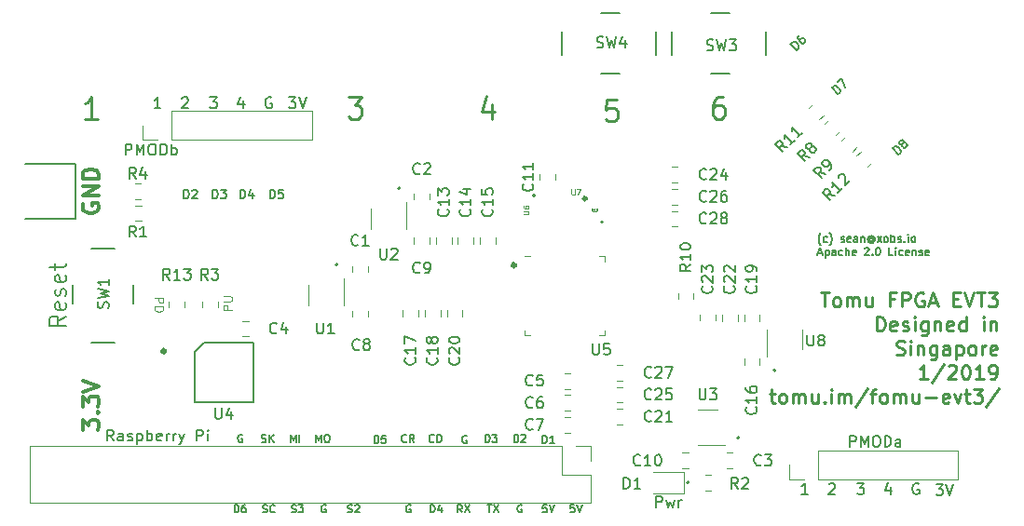
<source format=gto>
G04 #@! TF.GenerationSoftware,KiCad,Pcbnew,(5.0.1)-3*
G04 #@! TF.CreationDate,2018-12-25T10:08:42+08:00*
G04 #@! TF.ProjectId,tomu-fpga,746F6D752D667067612E6B696361645F,EVT3*
G04 #@! TF.SameCoordinates,Original*
G04 #@! TF.FileFunction,Legend,Top*
G04 #@! TF.FilePolarity,Positive*
%FSLAX46Y46*%
G04 Gerber Fmt 4.6, Leading zero omitted, Abs format (unit mm)*
G04 Created by KiCad (PCBNEW (5.0.1)-3) date 12/25/18 10:08:42*
%MOMM*%
%LPD*%
G01*
G04 APERTURE LIST*
%ADD10C,0.200000*%
%ADD11C,0.175000*%
%ADD12C,0.300000*%
%ADD13C,0.100000*%
%ADD14C,0.150000*%
%ADD15C,0.250000*%
%ADD16C,0.120000*%
%ADD17C,0.400000*%
%ADD18C,0.050000*%
G04 APERTURE END LIST*
D10*
X34090476Y-47202380D02*
X34090476Y-46202380D01*
X34471428Y-46202380D01*
X34566666Y-46250000D01*
X34614285Y-46297619D01*
X34661904Y-46392857D01*
X34661904Y-46535714D01*
X34614285Y-46630952D01*
X34566666Y-46678571D01*
X34471428Y-46726190D01*
X34090476Y-46726190D01*
X35090476Y-47202380D02*
X35090476Y-46202380D01*
X35423809Y-46916666D01*
X35757142Y-46202380D01*
X35757142Y-47202380D01*
X36423809Y-46202380D02*
X36614285Y-46202380D01*
X36709523Y-46250000D01*
X36804761Y-46345238D01*
X36852380Y-46535714D01*
X36852380Y-46869047D01*
X36804761Y-47059523D01*
X36709523Y-47154761D01*
X36614285Y-47202380D01*
X36423809Y-47202380D01*
X36328571Y-47154761D01*
X36233333Y-47059523D01*
X36185714Y-46869047D01*
X36185714Y-46535714D01*
X36233333Y-46345238D01*
X36328571Y-46250000D01*
X36423809Y-46202380D01*
X37280952Y-47202380D02*
X37280952Y-46202380D01*
X37519047Y-46202380D01*
X37661904Y-46250000D01*
X37757142Y-46345238D01*
X37804761Y-46440476D01*
X37852380Y-46630952D01*
X37852380Y-46773809D01*
X37804761Y-46964285D01*
X37757142Y-47059523D01*
X37661904Y-47154761D01*
X37519047Y-47202380D01*
X37280952Y-47202380D01*
X38280952Y-47202380D02*
X38280952Y-46202380D01*
X38280952Y-46583333D02*
X38376190Y-46535714D01*
X38566666Y-46535714D01*
X38661904Y-46583333D01*
X38709523Y-46630952D01*
X38757142Y-46726190D01*
X38757142Y-47011904D01*
X38709523Y-47107142D01*
X38661904Y-47154761D01*
X38566666Y-47202380D01*
X38376190Y-47202380D01*
X38280952Y-47154761D01*
X48938095Y-41952380D02*
X49557142Y-41952380D01*
X49223809Y-42333333D01*
X49366666Y-42333333D01*
X49461904Y-42380952D01*
X49509523Y-42428571D01*
X49557142Y-42523809D01*
X49557142Y-42761904D01*
X49509523Y-42857142D01*
X49461904Y-42904761D01*
X49366666Y-42952380D01*
X49080952Y-42952380D01*
X48985714Y-42904761D01*
X48938095Y-42857142D01*
X49842857Y-41952380D02*
X50176190Y-42952380D01*
X50509523Y-41952380D01*
X47361904Y-42000000D02*
X47266666Y-41952380D01*
X47123809Y-41952380D01*
X46980952Y-42000000D01*
X46885714Y-42095238D01*
X46838095Y-42190476D01*
X46790476Y-42380952D01*
X46790476Y-42523809D01*
X46838095Y-42714285D01*
X46885714Y-42809523D01*
X46980952Y-42904761D01*
X47123809Y-42952380D01*
X47219047Y-42952380D01*
X47361904Y-42904761D01*
X47409523Y-42857142D01*
X47409523Y-42523809D01*
X47219047Y-42523809D01*
X44790476Y-42285714D02*
X44790476Y-42952380D01*
X44552380Y-41904761D02*
X44314285Y-42619047D01*
X44933333Y-42619047D01*
X41766666Y-41952380D02*
X42385714Y-41952380D01*
X42052380Y-42333333D01*
X42195238Y-42333333D01*
X42290476Y-42380952D01*
X42338095Y-42428571D01*
X42385714Y-42523809D01*
X42385714Y-42761904D01*
X42338095Y-42857142D01*
X42290476Y-42904761D01*
X42195238Y-42952380D01*
X41909523Y-42952380D01*
X41814285Y-42904761D01*
X41766666Y-42857142D01*
X39214285Y-42047619D02*
X39261904Y-42000000D01*
X39357142Y-41952380D01*
X39595238Y-41952380D01*
X39690476Y-42000000D01*
X39738095Y-42047619D01*
X39785714Y-42142857D01*
X39785714Y-42238095D01*
X39738095Y-42380952D01*
X39166666Y-42952380D01*
X39785714Y-42952380D01*
X37285714Y-42952380D02*
X36714285Y-42952380D01*
X37000000Y-42952380D02*
X37000000Y-41952380D01*
X36904761Y-42095238D01*
X36809523Y-42190476D01*
X36714285Y-42238095D01*
D11*
X44683333Y-72650000D02*
X44616666Y-72616666D01*
X44516666Y-72616666D01*
X44416666Y-72650000D01*
X44350000Y-72716666D01*
X44316666Y-72783333D01*
X44283333Y-72916666D01*
X44283333Y-73016666D01*
X44316666Y-73150000D01*
X44350000Y-73216666D01*
X44416666Y-73283333D01*
X44516666Y-73316666D01*
X44583333Y-73316666D01*
X44683333Y-73283333D01*
X44716666Y-73250000D01*
X44716666Y-73016666D01*
X44583333Y-73016666D01*
X43983333Y-79716666D02*
X43983333Y-79016666D01*
X44150000Y-79016666D01*
X44250000Y-79050000D01*
X44316666Y-79116666D01*
X44350000Y-79183333D01*
X44383333Y-79316666D01*
X44383333Y-79416666D01*
X44350000Y-79550000D01*
X44316666Y-79616666D01*
X44250000Y-79683333D01*
X44150000Y-79716666D01*
X43983333Y-79716666D01*
X44983333Y-79016666D02*
X44850000Y-79016666D01*
X44783333Y-79050000D01*
X44750000Y-79083333D01*
X44683333Y-79183333D01*
X44650000Y-79316666D01*
X44650000Y-79583333D01*
X44683333Y-79650000D01*
X44716666Y-79683333D01*
X44783333Y-79716666D01*
X44916666Y-79716666D01*
X44983333Y-79683333D01*
X45016666Y-79650000D01*
X45050000Y-79583333D01*
X45050000Y-79416666D01*
X45016666Y-79350000D01*
X44983333Y-79316666D01*
X44916666Y-79283333D01*
X44783333Y-79283333D01*
X44716666Y-79316666D01*
X44683333Y-79350000D01*
X44650000Y-79416666D01*
X56683333Y-73416666D02*
X56683333Y-72716666D01*
X56850000Y-72716666D01*
X56950000Y-72750000D01*
X57016666Y-72816666D01*
X57050000Y-72883333D01*
X57083333Y-73016666D01*
X57083333Y-73116666D01*
X57050000Y-73250000D01*
X57016666Y-73316666D01*
X56950000Y-73383333D01*
X56850000Y-73416666D01*
X56683333Y-73416666D01*
X57716666Y-72716666D02*
X57383333Y-72716666D01*
X57350000Y-73050000D01*
X57383333Y-73016666D01*
X57450000Y-72983333D01*
X57616666Y-72983333D01*
X57683333Y-73016666D01*
X57716666Y-73050000D01*
X57750000Y-73116666D01*
X57750000Y-73283333D01*
X57716666Y-73350000D01*
X57683333Y-73383333D01*
X57616666Y-73416666D01*
X57450000Y-73416666D01*
X57383333Y-73383333D01*
X57350000Y-73350000D01*
X61783333Y-79716666D02*
X61783333Y-79016666D01*
X61950000Y-79016666D01*
X62050000Y-79050000D01*
X62116666Y-79116666D01*
X62150000Y-79183333D01*
X62183333Y-79316666D01*
X62183333Y-79416666D01*
X62150000Y-79550000D01*
X62116666Y-79616666D01*
X62050000Y-79683333D01*
X61950000Y-79716666D01*
X61783333Y-79716666D01*
X62783333Y-79250000D02*
X62783333Y-79716666D01*
X62616666Y-78983333D02*
X62450000Y-79483333D01*
X62883333Y-79483333D01*
X65083333Y-72750000D02*
X65016666Y-72716666D01*
X64916666Y-72716666D01*
X64816666Y-72750000D01*
X64750000Y-72816666D01*
X64716666Y-72883333D01*
X64683333Y-73016666D01*
X64683333Y-73116666D01*
X64716666Y-73250000D01*
X64750000Y-73316666D01*
X64816666Y-73383333D01*
X64916666Y-73416666D01*
X64983333Y-73416666D01*
X65083333Y-73383333D01*
X65116666Y-73350000D01*
X65116666Y-73116666D01*
X64983333Y-73116666D01*
X52283333Y-79050000D02*
X52216666Y-79016666D01*
X52116666Y-79016666D01*
X52016666Y-79050000D01*
X51950000Y-79116666D01*
X51916666Y-79183333D01*
X51883333Y-79316666D01*
X51883333Y-79416666D01*
X51916666Y-79550000D01*
X51950000Y-79616666D01*
X52016666Y-79683333D01*
X52116666Y-79716666D01*
X52183333Y-79716666D01*
X52283333Y-79683333D01*
X52316666Y-79650000D01*
X52316666Y-79416666D01*
X52183333Y-79416666D01*
X74866666Y-79016666D02*
X74533333Y-79016666D01*
X74500000Y-79350000D01*
X74533333Y-79316666D01*
X74600000Y-79283333D01*
X74766666Y-79283333D01*
X74833333Y-79316666D01*
X74866666Y-79350000D01*
X74900000Y-79416666D01*
X74900000Y-79583333D01*
X74866666Y-79650000D01*
X74833333Y-79683333D01*
X74766666Y-79716666D01*
X74600000Y-79716666D01*
X74533333Y-79683333D01*
X74500000Y-79650000D01*
X75100000Y-79016666D02*
X75333333Y-79716666D01*
X75566666Y-79016666D01*
X72366666Y-79016666D02*
X72033333Y-79016666D01*
X72000000Y-79350000D01*
X72033333Y-79316666D01*
X72100000Y-79283333D01*
X72266666Y-79283333D01*
X72333333Y-79316666D01*
X72366666Y-79350000D01*
X72400000Y-79416666D01*
X72400000Y-79583333D01*
X72366666Y-79650000D01*
X72333333Y-79683333D01*
X72266666Y-79716666D01*
X72100000Y-79716666D01*
X72033333Y-79683333D01*
X72000000Y-79650000D01*
X72600000Y-79016666D02*
X72833333Y-79716666D01*
X73066666Y-79016666D01*
X70083333Y-79050000D02*
X70016666Y-79016666D01*
X69916666Y-79016666D01*
X69816666Y-79050000D01*
X69750000Y-79116666D01*
X69716666Y-79183333D01*
X69683333Y-79316666D01*
X69683333Y-79416666D01*
X69716666Y-79550000D01*
X69750000Y-79616666D01*
X69816666Y-79683333D01*
X69916666Y-79716666D01*
X69983333Y-79716666D01*
X70083333Y-79683333D01*
X70116666Y-79650000D01*
X70116666Y-79416666D01*
X69983333Y-79416666D01*
X59983333Y-79050000D02*
X59916666Y-79016666D01*
X59816666Y-79016666D01*
X59716666Y-79050000D01*
X59650000Y-79116666D01*
X59616666Y-79183333D01*
X59583333Y-79316666D01*
X59583333Y-79416666D01*
X59616666Y-79550000D01*
X59650000Y-79616666D01*
X59716666Y-79683333D01*
X59816666Y-79716666D01*
X59883333Y-79716666D01*
X59983333Y-79683333D01*
X60016666Y-79650000D01*
X60016666Y-79416666D01*
X59883333Y-79416666D01*
X54266666Y-79683333D02*
X54366666Y-79716666D01*
X54533333Y-79716666D01*
X54600000Y-79683333D01*
X54633333Y-79650000D01*
X54666666Y-79583333D01*
X54666666Y-79516666D01*
X54633333Y-79450000D01*
X54600000Y-79416666D01*
X54533333Y-79383333D01*
X54400000Y-79350000D01*
X54333333Y-79316666D01*
X54300000Y-79283333D01*
X54266666Y-79216666D01*
X54266666Y-79150000D01*
X54300000Y-79083333D01*
X54333333Y-79050000D01*
X54400000Y-79016666D01*
X54566666Y-79016666D01*
X54666666Y-79050000D01*
X54933333Y-79083333D02*
X54966666Y-79050000D01*
X55033333Y-79016666D01*
X55200000Y-79016666D01*
X55266666Y-79050000D01*
X55300000Y-79083333D01*
X55333333Y-79150000D01*
X55333333Y-79216666D01*
X55300000Y-79316666D01*
X54900000Y-79716666D01*
X55333333Y-79716666D01*
X49166666Y-79683333D02*
X49266666Y-79716666D01*
X49433333Y-79716666D01*
X49500000Y-79683333D01*
X49533333Y-79650000D01*
X49566666Y-79583333D01*
X49566666Y-79516666D01*
X49533333Y-79450000D01*
X49500000Y-79416666D01*
X49433333Y-79383333D01*
X49300000Y-79350000D01*
X49233333Y-79316666D01*
X49200000Y-79283333D01*
X49166666Y-79216666D01*
X49166666Y-79150000D01*
X49200000Y-79083333D01*
X49233333Y-79050000D01*
X49300000Y-79016666D01*
X49466666Y-79016666D01*
X49566666Y-79050000D01*
X49800000Y-79016666D02*
X50233333Y-79016666D01*
X50000000Y-79283333D01*
X50100000Y-79283333D01*
X50166666Y-79316666D01*
X50200000Y-79350000D01*
X50233333Y-79416666D01*
X50233333Y-79583333D01*
X50200000Y-79650000D01*
X50166666Y-79683333D01*
X50100000Y-79716666D01*
X49900000Y-79716666D01*
X49833333Y-79683333D01*
X49800000Y-79650000D01*
X46550000Y-79683333D02*
X46650000Y-79716666D01*
X46816666Y-79716666D01*
X46883333Y-79683333D01*
X46916666Y-79650000D01*
X46950000Y-79583333D01*
X46950000Y-79516666D01*
X46916666Y-79450000D01*
X46883333Y-79416666D01*
X46816666Y-79383333D01*
X46683333Y-79350000D01*
X46616666Y-79316666D01*
X46583333Y-79283333D01*
X46550000Y-79216666D01*
X46550000Y-79150000D01*
X46583333Y-79083333D01*
X46616666Y-79050000D01*
X46683333Y-79016666D01*
X46850000Y-79016666D01*
X46950000Y-79050000D01*
X47650000Y-79650000D02*
X47616666Y-79683333D01*
X47516666Y-79716666D01*
X47450000Y-79716666D01*
X47350000Y-79683333D01*
X47283333Y-79616666D01*
X47250000Y-79550000D01*
X47216666Y-79416666D01*
X47216666Y-79316666D01*
X47250000Y-79183333D01*
X47283333Y-79116666D01*
X47350000Y-79050000D01*
X47450000Y-79016666D01*
X47516666Y-79016666D01*
X47616666Y-79050000D01*
X47650000Y-79083333D01*
X66966666Y-79016666D02*
X67366666Y-79016666D01*
X67166666Y-79716666D02*
X67166666Y-79016666D01*
X67533333Y-79016666D02*
X68000000Y-79716666D01*
X68000000Y-79016666D02*
X67533333Y-79716666D01*
X64683333Y-79716666D02*
X64450000Y-79383333D01*
X64283333Y-79716666D02*
X64283333Y-79016666D01*
X64550000Y-79016666D01*
X64616666Y-79050000D01*
X64650000Y-79083333D01*
X64683333Y-79150000D01*
X64683333Y-79250000D01*
X64650000Y-79316666D01*
X64616666Y-79350000D01*
X64550000Y-79383333D01*
X64283333Y-79383333D01*
X64916666Y-79016666D02*
X65383333Y-79716666D01*
X65383333Y-79016666D02*
X64916666Y-79716666D01*
X71983333Y-73416666D02*
X71983333Y-72716666D01*
X72150000Y-72716666D01*
X72250000Y-72750000D01*
X72316666Y-72816666D01*
X72350000Y-72883333D01*
X72383333Y-73016666D01*
X72383333Y-73116666D01*
X72350000Y-73250000D01*
X72316666Y-73316666D01*
X72250000Y-73383333D01*
X72150000Y-73416666D01*
X71983333Y-73416666D01*
X73050000Y-73416666D02*
X72650000Y-73416666D01*
X72850000Y-73416666D02*
X72850000Y-72716666D01*
X72783333Y-72816666D01*
X72716666Y-72883333D01*
X72650000Y-72916666D01*
X69383333Y-73316666D02*
X69383333Y-72616666D01*
X69550000Y-72616666D01*
X69650000Y-72650000D01*
X69716666Y-72716666D01*
X69750000Y-72783333D01*
X69783333Y-72916666D01*
X69783333Y-73016666D01*
X69750000Y-73150000D01*
X69716666Y-73216666D01*
X69650000Y-73283333D01*
X69550000Y-73316666D01*
X69383333Y-73316666D01*
X70050000Y-72683333D02*
X70083333Y-72650000D01*
X70150000Y-72616666D01*
X70316666Y-72616666D01*
X70383333Y-72650000D01*
X70416666Y-72683333D01*
X70450000Y-72750000D01*
X70450000Y-72816666D01*
X70416666Y-72916666D01*
X70016666Y-73316666D01*
X70450000Y-73316666D01*
X66783333Y-73316666D02*
X66783333Y-72616666D01*
X66950000Y-72616666D01*
X67050000Y-72650000D01*
X67116666Y-72716666D01*
X67150000Y-72783333D01*
X67183333Y-72916666D01*
X67183333Y-73016666D01*
X67150000Y-73150000D01*
X67116666Y-73216666D01*
X67050000Y-73283333D01*
X66950000Y-73316666D01*
X66783333Y-73316666D01*
X67416666Y-72616666D02*
X67850000Y-72616666D01*
X67616666Y-72883333D01*
X67716666Y-72883333D01*
X67783333Y-72916666D01*
X67816666Y-72950000D01*
X67850000Y-73016666D01*
X67850000Y-73183333D01*
X67816666Y-73250000D01*
X67783333Y-73283333D01*
X67716666Y-73316666D01*
X67516666Y-73316666D01*
X67450000Y-73283333D01*
X67416666Y-73250000D01*
X62116666Y-73250000D02*
X62083333Y-73283333D01*
X61983333Y-73316666D01*
X61916666Y-73316666D01*
X61816666Y-73283333D01*
X61750000Y-73216666D01*
X61716666Y-73150000D01*
X61683333Y-73016666D01*
X61683333Y-72916666D01*
X61716666Y-72783333D01*
X61750000Y-72716666D01*
X61816666Y-72650000D01*
X61916666Y-72616666D01*
X61983333Y-72616666D01*
X62083333Y-72650000D01*
X62116666Y-72683333D01*
X62416666Y-73316666D02*
X62416666Y-72616666D01*
X62583333Y-72616666D01*
X62683333Y-72650000D01*
X62750000Y-72716666D01*
X62783333Y-72783333D01*
X62816666Y-72916666D01*
X62816666Y-73016666D01*
X62783333Y-73150000D01*
X62750000Y-73216666D01*
X62683333Y-73283333D01*
X62583333Y-73316666D01*
X62416666Y-73316666D01*
X59616666Y-73250000D02*
X59583333Y-73283333D01*
X59483333Y-73316666D01*
X59416666Y-73316666D01*
X59316666Y-73283333D01*
X59250000Y-73216666D01*
X59216666Y-73150000D01*
X59183333Y-73016666D01*
X59183333Y-72916666D01*
X59216666Y-72783333D01*
X59250000Y-72716666D01*
X59316666Y-72650000D01*
X59416666Y-72616666D01*
X59483333Y-72616666D01*
X59583333Y-72650000D01*
X59616666Y-72683333D01*
X60316666Y-73316666D02*
X60083333Y-72983333D01*
X59916666Y-73316666D02*
X59916666Y-72616666D01*
X60183333Y-72616666D01*
X60250000Y-72650000D01*
X60283333Y-72683333D01*
X60316666Y-72750000D01*
X60316666Y-72850000D01*
X60283333Y-72916666D01*
X60250000Y-72950000D01*
X60183333Y-72983333D01*
X59916666Y-72983333D01*
X51400000Y-73316666D02*
X51400000Y-72616666D01*
X51633333Y-73116666D01*
X51866666Y-72616666D01*
X51866666Y-73316666D01*
X52333333Y-72616666D02*
X52466666Y-72616666D01*
X52533333Y-72650000D01*
X52600000Y-72716666D01*
X52633333Y-72850000D01*
X52633333Y-73083333D01*
X52600000Y-73216666D01*
X52533333Y-73283333D01*
X52466666Y-73316666D01*
X52333333Y-73316666D01*
X52266666Y-73283333D01*
X52200000Y-73216666D01*
X52166666Y-73083333D01*
X52166666Y-72850000D01*
X52200000Y-72716666D01*
X52266666Y-72650000D01*
X52333333Y-72616666D01*
X49100000Y-73316666D02*
X49100000Y-72616666D01*
X49333333Y-73116666D01*
X49566666Y-72616666D01*
X49566666Y-73316666D01*
X49900000Y-73316666D02*
X49900000Y-72616666D01*
X46450000Y-73283333D02*
X46550000Y-73316666D01*
X46716666Y-73316666D01*
X46783333Y-73283333D01*
X46816666Y-73250000D01*
X46850000Y-73183333D01*
X46850000Y-73116666D01*
X46816666Y-73050000D01*
X46783333Y-73016666D01*
X46716666Y-72983333D01*
X46583333Y-72950000D01*
X46516666Y-72916666D01*
X46483333Y-72883333D01*
X46450000Y-72816666D01*
X46450000Y-72750000D01*
X46483333Y-72683333D01*
X46516666Y-72650000D01*
X46583333Y-72616666D01*
X46750000Y-72616666D01*
X46850000Y-72650000D01*
X47150000Y-73316666D02*
X47150000Y-72616666D01*
X47550000Y-73316666D02*
X47250000Y-72916666D01*
X47550000Y-72616666D02*
X47150000Y-73016666D01*
D12*
X30250000Y-51642857D02*
X30178571Y-51785714D01*
X30178571Y-52000000D01*
X30250000Y-52214285D01*
X30392857Y-52357142D01*
X30535714Y-52428571D01*
X30821428Y-52500000D01*
X31035714Y-52500000D01*
X31321428Y-52428571D01*
X31464285Y-52357142D01*
X31607142Y-52214285D01*
X31678571Y-52000000D01*
X31678571Y-51857142D01*
X31607142Y-51642857D01*
X31535714Y-51571428D01*
X31035714Y-51571428D01*
X31035714Y-51857142D01*
X31678571Y-50928571D02*
X30178571Y-50928571D01*
X31678571Y-50071428D01*
X30178571Y-50071428D01*
X31678571Y-49357142D02*
X30178571Y-49357142D01*
X30178571Y-49000000D01*
X30250000Y-48785714D01*
X30392857Y-48642857D01*
X30535714Y-48571428D01*
X30821428Y-48500000D01*
X31035714Y-48500000D01*
X31321428Y-48571428D01*
X31464285Y-48642857D01*
X31607142Y-48785714D01*
X31678571Y-49000000D01*
X31678571Y-49357142D01*
D10*
X29500000Y-53000000D02*
X25000000Y-53000000D01*
X29500000Y-48000000D02*
X29500000Y-53000000D01*
X25000000Y-48000000D02*
X29500000Y-48000000D01*
D12*
X30178571Y-72214285D02*
X30178571Y-71285714D01*
X30750000Y-71785714D01*
X30750000Y-71571428D01*
X30821428Y-71428571D01*
X30892857Y-71357142D01*
X31035714Y-71285714D01*
X31392857Y-71285714D01*
X31535714Y-71357142D01*
X31607142Y-71428571D01*
X31678571Y-71571428D01*
X31678571Y-72000000D01*
X31607142Y-72142857D01*
X31535714Y-72214285D01*
X31535714Y-70642857D02*
X31607142Y-70571428D01*
X31678571Y-70642857D01*
X31607142Y-70714285D01*
X31535714Y-70642857D01*
X31678571Y-70642857D01*
X30178571Y-70071428D02*
X30178571Y-69142857D01*
X30750000Y-69642857D01*
X30750000Y-69428571D01*
X30821428Y-69285714D01*
X30892857Y-69214285D01*
X31035714Y-69142857D01*
X31392857Y-69142857D01*
X31535714Y-69214285D01*
X31607142Y-69285714D01*
X31678571Y-69428571D01*
X31678571Y-69857142D01*
X31607142Y-70000000D01*
X31535714Y-70071428D01*
X30178571Y-68714285D02*
X31678571Y-68214285D01*
X30178571Y-67714285D01*
D10*
X96085714Y-78052380D02*
X95514285Y-78052380D01*
X95800000Y-78052380D02*
X95800000Y-77052380D01*
X95704761Y-77195238D01*
X95609523Y-77290476D01*
X95514285Y-77338095D01*
X98014285Y-77147619D02*
X98061904Y-77100000D01*
X98157142Y-77052380D01*
X98395238Y-77052380D01*
X98490476Y-77100000D01*
X98538095Y-77147619D01*
X98585714Y-77242857D01*
X98585714Y-77338095D01*
X98538095Y-77480952D01*
X97966666Y-78052380D01*
X98585714Y-78052380D01*
X100566666Y-77052380D02*
X101185714Y-77052380D01*
X100852380Y-77433333D01*
X100995238Y-77433333D01*
X101090476Y-77480952D01*
X101138095Y-77528571D01*
X101185714Y-77623809D01*
X101185714Y-77861904D01*
X101138095Y-77957142D01*
X101090476Y-78004761D01*
X100995238Y-78052380D01*
X100709523Y-78052380D01*
X100614285Y-78004761D01*
X100566666Y-77957142D01*
X103590476Y-77385714D02*
X103590476Y-78052380D01*
X103352380Y-77004761D02*
X103114285Y-77719047D01*
X103733333Y-77719047D01*
X106161904Y-77100000D02*
X106066666Y-77052380D01*
X105923809Y-77052380D01*
X105780952Y-77100000D01*
X105685714Y-77195238D01*
X105638095Y-77290476D01*
X105590476Y-77480952D01*
X105590476Y-77623809D01*
X105638095Y-77814285D01*
X105685714Y-77909523D01*
X105780952Y-78004761D01*
X105923809Y-78052380D01*
X106019047Y-78052380D01*
X106161904Y-78004761D01*
X106209523Y-77957142D01*
X106209523Y-77623809D01*
X106019047Y-77623809D01*
X107738095Y-77152380D02*
X108357142Y-77152380D01*
X108023809Y-77533333D01*
X108166666Y-77533333D01*
X108261904Y-77580952D01*
X108309523Y-77628571D01*
X108357142Y-77723809D01*
X108357142Y-77961904D01*
X108309523Y-78057142D01*
X108261904Y-78104761D01*
X108166666Y-78152380D01*
X107880952Y-78152380D01*
X107785714Y-78104761D01*
X107738095Y-78057142D01*
X108642857Y-77152380D02*
X108976190Y-78152380D01*
X109309523Y-77152380D01*
D13*
X36738095Y-60190476D02*
X37538095Y-60190476D01*
X37538095Y-60495238D01*
X37500000Y-60571428D01*
X37461904Y-60609523D01*
X37385714Y-60647619D01*
X37271428Y-60647619D01*
X37195238Y-60609523D01*
X37157142Y-60571428D01*
X37119047Y-60495238D01*
X37119047Y-60190476D01*
X36738095Y-60990476D02*
X37538095Y-60990476D01*
X37538095Y-61180952D01*
X37500000Y-61295238D01*
X37423809Y-61371428D01*
X37347619Y-61409523D01*
X37195238Y-61447619D01*
X37080952Y-61447619D01*
X36928571Y-61409523D01*
X36852380Y-61371428D01*
X36776190Y-61295238D01*
X36738095Y-61180952D01*
X36738095Y-60990476D01*
D14*
X97264166Y-55383333D02*
X97230833Y-55350000D01*
X97164166Y-55250000D01*
X97130833Y-55183333D01*
X97097500Y-55083333D01*
X97064166Y-54916666D01*
X97064166Y-54783333D01*
X97097500Y-54616666D01*
X97130833Y-54516666D01*
X97164166Y-54450000D01*
X97230833Y-54350000D01*
X97264166Y-54316666D01*
X97830833Y-55083333D02*
X97764166Y-55116666D01*
X97630833Y-55116666D01*
X97564166Y-55083333D01*
X97530833Y-55050000D01*
X97497500Y-54983333D01*
X97497500Y-54783333D01*
X97530833Y-54716666D01*
X97564166Y-54683333D01*
X97630833Y-54650000D01*
X97764166Y-54650000D01*
X97830833Y-54683333D01*
X98064166Y-55383333D02*
X98097500Y-55350000D01*
X98164166Y-55250000D01*
X98197500Y-55183333D01*
X98230833Y-55083333D01*
X98264166Y-54916666D01*
X98264166Y-54783333D01*
X98230833Y-54616666D01*
X98197500Y-54516666D01*
X98164166Y-54450000D01*
X98097500Y-54350000D01*
X98064166Y-54316666D01*
X99097500Y-55083333D02*
X99164166Y-55116666D01*
X99297500Y-55116666D01*
X99364166Y-55083333D01*
X99397500Y-55016666D01*
X99397500Y-54983333D01*
X99364166Y-54916666D01*
X99297500Y-54883333D01*
X99197500Y-54883333D01*
X99130833Y-54850000D01*
X99097500Y-54783333D01*
X99097500Y-54750000D01*
X99130833Y-54683333D01*
X99197500Y-54650000D01*
X99297500Y-54650000D01*
X99364166Y-54683333D01*
X99964166Y-55083333D02*
X99897500Y-55116666D01*
X99764166Y-55116666D01*
X99697500Y-55083333D01*
X99664166Y-55016666D01*
X99664166Y-54750000D01*
X99697500Y-54683333D01*
X99764166Y-54650000D01*
X99897500Y-54650000D01*
X99964166Y-54683333D01*
X99997500Y-54750000D01*
X99997500Y-54816666D01*
X99664166Y-54883333D01*
X100597500Y-55116666D02*
X100597500Y-54750000D01*
X100564166Y-54683333D01*
X100497500Y-54650000D01*
X100364166Y-54650000D01*
X100297500Y-54683333D01*
X100597500Y-55083333D02*
X100530833Y-55116666D01*
X100364166Y-55116666D01*
X100297500Y-55083333D01*
X100264166Y-55016666D01*
X100264166Y-54950000D01*
X100297500Y-54883333D01*
X100364166Y-54850000D01*
X100530833Y-54850000D01*
X100597500Y-54816666D01*
X100930833Y-54650000D02*
X100930833Y-55116666D01*
X100930833Y-54716666D02*
X100964166Y-54683333D01*
X101030833Y-54650000D01*
X101130833Y-54650000D01*
X101197500Y-54683333D01*
X101230833Y-54750000D01*
X101230833Y-55116666D01*
X101997500Y-54783333D02*
X101964166Y-54750000D01*
X101897500Y-54716666D01*
X101830833Y-54716666D01*
X101764166Y-54750000D01*
X101730833Y-54783333D01*
X101697500Y-54850000D01*
X101697500Y-54916666D01*
X101730833Y-54983333D01*
X101764166Y-55016666D01*
X101830833Y-55050000D01*
X101897500Y-55050000D01*
X101964166Y-55016666D01*
X101997500Y-54983333D01*
X101997500Y-54716666D02*
X101997500Y-54983333D01*
X102030833Y-55016666D01*
X102064166Y-55016666D01*
X102130833Y-54983333D01*
X102164166Y-54916666D01*
X102164166Y-54750000D01*
X102097500Y-54650000D01*
X101997500Y-54583333D01*
X101864166Y-54550000D01*
X101730833Y-54583333D01*
X101630833Y-54650000D01*
X101564166Y-54750000D01*
X101530833Y-54883333D01*
X101564166Y-55016666D01*
X101630833Y-55116666D01*
X101730833Y-55183333D01*
X101864166Y-55216666D01*
X101997500Y-55183333D01*
X102097500Y-55116666D01*
X102397500Y-55116666D02*
X102764166Y-54650000D01*
X102397500Y-54650000D02*
X102764166Y-55116666D01*
X103130833Y-55116666D02*
X103064166Y-55083333D01*
X103030833Y-55050000D01*
X102997500Y-54983333D01*
X102997500Y-54783333D01*
X103030833Y-54716666D01*
X103064166Y-54683333D01*
X103130833Y-54650000D01*
X103230833Y-54650000D01*
X103297500Y-54683333D01*
X103330833Y-54716666D01*
X103364166Y-54783333D01*
X103364166Y-54983333D01*
X103330833Y-55050000D01*
X103297500Y-55083333D01*
X103230833Y-55116666D01*
X103130833Y-55116666D01*
X103664166Y-55116666D02*
X103664166Y-54416666D01*
X103664166Y-54683333D02*
X103730833Y-54650000D01*
X103864166Y-54650000D01*
X103930833Y-54683333D01*
X103964166Y-54716666D01*
X103997500Y-54783333D01*
X103997500Y-54983333D01*
X103964166Y-55050000D01*
X103930833Y-55083333D01*
X103864166Y-55116666D01*
X103730833Y-55116666D01*
X103664166Y-55083333D01*
X104264166Y-55083333D02*
X104330833Y-55116666D01*
X104464166Y-55116666D01*
X104530833Y-55083333D01*
X104564166Y-55016666D01*
X104564166Y-54983333D01*
X104530833Y-54916666D01*
X104464166Y-54883333D01*
X104364166Y-54883333D01*
X104297500Y-54850000D01*
X104264166Y-54783333D01*
X104264166Y-54750000D01*
X104297500Y-54683333D01*
X104364166Y-54650000D01*
X104464166Y-54650000D01*
X104530833Y-54683333D01*
X104864166Y-55050000D02*
X104897500Y-55083333D01*
X104864166Y-55116666D01*
X104830833Y-55083333D01*
X104864166Y-55050000D01*
X104864166Y-55116666D01*
X105197500Y-55116666D02*
X105197500Y-54650000D01*
X105197500Y-54416666D02*
X105164166Y-54450000D01*
X105197500Y-54483333D01*
X105230833Y-54450000D01*
X105197500Y-54416666D01*
X105197500Y-54483333D01*
X105630833Y-55116666D02*
X105564166Y-55083333D01*
X105530833Y-55050000D01*
X105497500Y-54983333D01*
X105497500Y-54783333D01*
X105530833Y-54716666D01*
X105564166Y-54683333D01*
X105630833Y-54650000D01*
X105730833Y-54650000D01*
X105797500Y-54683333D01*
X105830833Y-54716666D01*
X105864166Y-54783333D01*
X105864166Y-54983333D01*
X105830833Y-55050000D01*
X105797500Y-55083333D01*
X105730833Y-55116666D01*
X105630833Y-55116666D01*
X97030833Y-56116666D02*
X97364166Y-56116666D01*
X96964166Y-56316666D02*
X97197500Y-55616666D01*
X97430833Y-56316666D01*
X97664166Y-55850000D02*
X97664166Y-56550000D01*
X97664166Y-55883333D02*
X97730833Y-55850000D01*
X97864166Y-55850000D01*
X97930833Y-55883333D01*
X97964166Y-55916666D01*
X97997500Y-55983333D01*
X97997500Y-56183333D01*
X97964166Y-56250000D01*
X97930833Y-56283333D01*
X97864166Y-56316666D01*
X97730833Y-56316666D01*
X97664166Y-56283333D01*
X98597500Y-56316666D02*
X98597500Y-55950000D01*
X98564166Y-55883333D01*
X98497500Y-55850000D01*
X98364166Y-55850000D01*
X98297500Y-55883333D01*
X98597500Y-56283333D02*
X98530833Y-56316666D01*
X98364166Y-56316666D01*
X98297500Y-56283333D01*
X98264166Y-56216666D01*
X98264166Y-56150000D01*
X98297500Y-56083333D01*
X98364166Y-56050000D01*
X98530833Y-56050000D01*
X98597500Y-56016666D01*
X99230833Y-56283333D02*
X99164166Y-56316666D01*
X99030833Y-56316666D01*
X98964166Y-56283333D01*
X98930833Y-56250000D01*
X98897500Y-56183333D01*
X98897500Y-55983333D01*
X98930833Y-55916666D01*
X98964166Y-55883333D01*
X99030833Y-55850000D01*
X99164166Y-55850000D01*
X99230833Y-55883333D01*
X99530833Y-56316666D02*
X99530833Y-55616666D01*
X99830833Y-56316666D02*
X99830833Y-55950000D01*
X99797500Y-55883333D01*
X99730833Y-55850000D01*
X99630833Y-55850000D01*
X99564166Y-55883333D01*
X99530833Y-55916666D01*
X100430833Y-56283333D02*
X100364166Y-56316666D01*
X100230833Y-56316666D01*
X100164166Y-56283333D01*
X100130833Y-56216666D01*
X100130833Y-55950000D01*
X100164166Y-55883333D01*
X100230833Y-55850000D01*
X100364166Y-55850000D01*
X100430833Y-55883333D01*
X100464166Y-55950000D01*
X100464166Y-56016666D01*
X100130833Y-56083333D01*
X101264166Y-55683333D02*
X101297500Y-55650000D01*
X101364166Y-55616666D01*
X101530833Y-55616666D01*
X101597500Y-55650000D01*
X101630833Y-55683333D01*
X101664166Y-55750000D01*
X101664166Y-55816666D01*
X101630833Y-55916666D01*
X101230833Y-56316666D01*
X101664166Y-56316666D01*
X101964166Y-56250000D02*
X101997500Y-56283333D01*
X101964166Y-56316666D01*
X101930833Y-56283333D01*
X101964166Y-56250000D01*
X101964166Y-56316666D01*
X102430833Y-55616666D02*
X102497500Y-55616666D01*
X102564166Y-55650000D01*
X102597500Y-55683333D01*
X102630833Y-55750000D01*
X102664166Y-55883333D01*
X102664166Y-56050000D01*
X102630833Y-56183333D01*
X102597500Y-56250000D01*
X102564166Y-56283333D01*
X102497500Y-56316666D01*
X102430833Y-56316666D01*
X102364166Y-56283333D01*
X102330833Y-56250000D01*
X102297500Y-56183333D01*
X102264166Y-56050000D01*
X102264166Y-55883333D01*
X102297500Y-55750000D01*
X102330833Y-55683333D01*
X102364166Y-55650000D01*
X102430833Y-55616666D01*
X103830833Y-56316666D02*
X103497500Y-56316666D01*
X103497500Y-55616666D01*
X104064166Y-56316666D02*
X104064166Y-55850000D01*
X104064166Y-55616666D02*
X104030833Y-55650000D01*
X104064166Y-55683333D01*
X104097500Y-55650000D01*
X104064166Y-55616666D01*
X104064166Y-55683333D01*
X104697500Y-56283333D02*
X104630833Y-56316666D01*
X104497500Y-56316666D01*
X104430833Y-56283333D01*
X104397500Y-56250000D01*
X104364166Y-56183333D01*
X104364166Y-55983333D01*
X104397500Y-55916666D01*
X104430833Y-55883333D01*
X104497500Y-55850000D01*
X104630833Y-55850000D01*
X104697500Y-55883333D01*
X105264166Y-56283333D02*
X105197500Y-56316666D01*
X105064166Y-56316666D01*
X104997500Y-56283333D01*
X104964166Y-56216666D01*
X104964166Y-55950000D01*
X104997500Y-55883333D01*
X105064166Y-55850000D01*
X105197500Y-55850000D01*
X105264166Y-55883333D01*
X105297500Y-55950000D01*
X105297500Y-56016666D01*
X104964166Y-56083333D01*
X105597500Y-55850000D02*
X105597500Y-56316666D01*
X105597500Y-55916666D02*
X105630833Y-55883333D01*
X105697500Y-55850000D01*
X105797500Y-55850000D01*
X105864166Y-55883333D01*
X105897500Y-55950000D01*
X105897500Y-56316666D01*
X106197500Y-56283333D02*
X106264166Y-56316666D01*
X106397500Y-56316666D01*
X106464166Y-56283333D01*
X106497500Y-56216666D01*
X106497500Y-56183333D01*
X106464166Y-56116666D01*
X106397500Y-56083333D01*
X106297500Y-56083333D01*
X106230833Y-56050000D01*
X106197500Y-55983333D01*
X106197500Y-55950000D01*
X106230833Y-55883333D01*
X106297500Y-55850000D01*
X106397500Y-55850000D01*
X106464166Y-55883333D01*
X107064166Y-56283333D02*
X106997500Y-56316666D01*
X106864166Y-56316666D01*
X106797500Y-56283333D01*
X106764166Y-56216666D01*
X106764166Y-55950000D01*
X106797500Y-55883333D01*
X106864166Y-55850000D01*
X106997500Y-55850000D01*
X107064166Y-55883333D01*
X107097500Y-55950000D01*
X107097500Y-56016666D01*
X106764166Y-56083333D01*
D15*
X97256547Y-59688095D02*
X97999404Y-59688095D01*
X97627976Y-60988095D02*
X97627976Y-59688095D01*
X98618452Y-60988095D02*
X98494642Y-60926190D01*
X98432738Y-60864285D01*
X98370833Y-60740476D01*
X98370833Y-60369047D01*
X98432738Y-60245238D01*
X98494642Y-60183333D01*
X98618452Y-60121428D01*
X98804166Y-60121428D01*
X98927976Y-60183333D01*
X98989880Y-60245238D01*
X99051785Y-60369047D01*
X99051785Y-60740476D01*
X98989880Y-60864285D01*
X98927976Y-60926190D01*
X98804166Y-60988095D01*
X98618452Y-60988095D01*
X99608928Y-60988095D02*
X99608928Y-60121428D01*
X99608928Y-60245238D02*
X99670833Y-60183333D01*
X99794642Y-60121428D01*
X99980357Y-60121428D01*
X100104166Y-60183333D01*
X100166071Y-60307142D01*
X100166071Y-60988095D01*
X100166071Y-60307142D02*
X100227976Y-60183333D01*
X100351785Y-60121428D01*
X100537500Y-60121428D01*
X100661309Y-60183333D01*
X100723214Y-60307142D01*
X100723214Y-60988095D01*
X101899404Y-60121428D02*
X101899404Y-60988095D01*
X101342261Y-60121428D02*
X101342261Y-60802380D01*
X101404166Y-60926190D01*
X101527976Y-60988095D01*
X101713690Y-60988095D01*
X101837500Y-60926190D01*
X101899404Y-60864285D01*
X103942261Y-60307142D02*
X103508928Y-60307142D01*
X103508928Y-60988095D02*
X103508928Y-59688095D01*
X104127976Y-59688095D01*
X104623214Y-60988095D02*
X104623214Y-59688095D01*
X105118452Y-59688095D01*
X105242261Y-59750000D01*
X105304166Y-59811904D01*
X105366071Y-59935714D01*
X105366071Y-60121428D01*
X105304166Y-60245238D01*
X105242261Y-60307142D01*
X105118452Y-60369047D01*
X104623214Y-60369047D01*
X106604166Y-59750000D02*
X106480357Y-59688095D01*
X106294642Y-59688095D01*
X106108928Y-59750000D01*
X105985119Y-59873809D01*
X105923214Y-59997619D01*
X105861309Y-60245238D01*
X105861309Y-60430952D01*
X105923214Y-60678571D01*
X105985119Y-60802380D01*
X106108928Y-60926190D01*
X106294642Y-60988095D01*
X106418452Y-60988095D01*
X106604166Y-60926190D01*
X106666071Y-60864285D01*
X106666071Y-60430952D01*
X106418452Y-60430952D01*
X107161309Y-60616666D02*
X107780357Y-60616666D01*
X107037500Y-60988095D02*
X107470833Y-59688095D01*
X107904166Y-60988095D01*
X109327976Y-60307142D02*
X109761309Y-60307142D01*
X109947023Y-60988095D02*
X109327976Y-60988095D01*
X109327976Y-59688095D01*
X109947023Y-59688095D01*
X110318452Y-59688095D02*
X110751785Y-60988095D01*
X111185119Y-59688095D01*
X111432738Y-59688095D02*
X112175595Y-59688095D01*
X111804166Y-60988095D02*
X111804166Y-59688095D01*
X112485119Y-59688095D02*
X113289880Y-59688095D01*
X112856547Y-60183333D01*
X113042261Y-60183333D01*
X113166071Y-60245238D01*
X113227976Y-60307142D01*
X113289880Y-60430952D01*
X113289880Y-60740476D01*
X113227976Y-60864285D01*
X113166071Y-60926190D01*
X113042261Y-60988095D01*
X112670833Y-60988095D01*
X112547023Y-60926190D01*
X112485119Y-60864285D01*
X102332738Y-63188095D02*
X102332738Y-61888095D01*
X102642261Y-61888095D01*
X102827976Y-61950000D01*
X102951785Y-62073809D01*
X103013690Y-62197619D01*
X103075595Y-62445238D01*
X103075595Y-62630952D01*
X103013690Y-62878571D01*
X102951785Y-63002380D01*
X102827976Y-63126190D01*
X102642261Y-63188095D01*
X102332738Y-63188095D01*
X104127976Y-63126190D02*
X104004166Y-63188095D01*
X103756547Y-63188095D01*
X103632738Y-63126190D01*
X103570833Y-63002380D01*
X103570833Y-62507142D01*
X103632738Y-62383333D01*
X103756547Y-62321428D01*
X104004166Y-62321428D01*
X104127976Y-62383333D01*
X104189880Y-62507142D01*
X104189880Y-62630952D01*
X103570833Y-62754761D01*
X104685119Y-63126190D02*
X104808928Y-63188095D01*
X105056547Y-63188095D01*
X105180357Y-63126190D01*
X105242261Y-63002380D01*
X105242261Y-62940476D01*
X105180357Y-62816666D01*
X105056547Y-62754761D01*
X104870833Y-62754761D01*
X104747023Y-62692857D01*
X104685119Y-62569047D01*
X104685119Y-62507142D01*
X104747023Y-62383333D01*
X104870833Y-62321428D01*
X105056547Y-62321428D01*
X105180357Y-62383333D01*
X105799404Y-63188095D02*
X105799404Y-62321428D01*
X105799404Y-61888095D02*
X105737500Y-61950000D01*
X105799404Y-62011904D01*
X105861309Y-61950000D01*
X105799404Y-61888095D01*
X105799404Y-62011904D01*
X106975595Y-62321428D02*
X106975595Y-63373809D01*
X106913690Y-63497619D01*
X106851785Y-63559523D01*
X106727976Y-63621428D01*
X106542261Y-63621428D01*
X106418452Y-63559523D01*
X106975595Y-63126190D02*
X106851785Y-63188095D01*
X106604166Y-63188095D01*
X106480357Y-63126190D01*
X106418452Y-63064285D01*
X106356547Y-62940476D01*
X106356547Y-62569047D01*
X106418452Y-62445238D01*
X106480357Y-62383333D01*
X106604166Y-62321428D01*
X106851785Y-62321428D01*
X106975595Y-62383333D01*
X107594642Y-62321428D02*
X107594642Y-63188095D01*
X107594642Y-62445238D02*
X107656547Y-62383333D01*
X107780357Y-62321428D01*
X107966071Y-62321428D01*
X108089880Y-62383333D01*
X108151785Y-62507142D01*
X108151785Y-63188095D01*
X109266071Y-63126190D02*
X109142261Y-63188095D01*
X108894642Y-63188095D01*
X108770833Y-63126190D01*
X108708928Y-63002380D01*
X108708928Y-62507142D01*
X108770833Y-62383333D01*
X108894642Y-62321428D01*
X109142261Y-62321428D01*
X109266071Y-62383333D01*
X109327976Y-62507142D01*
X109327976Y-62630952D01*
X108708928Y-62754761D01*
X110442261Y-63188095D02*
X110442261Y-61888095D01*
X110442261Y-63126190D02*
X110318452Y-63188095D01*
X110070833Y-63188095D01*
X109947023Y-63126190D01*
X109885119Y-63064285D01*
X109823214Y-62940476D01*
X109823214Y-62569047D01*
X109885119Y-62445238D01*
X109947023Y-62383333D01*
X110070833Y-62321428D01*
X110318452Y-62321428D01*
X110442261Y-62383333D01*
X112051785Y-63188095D02*
X112051785Y-62321428D01*
X112051785Y-61888095D02*
X111989880Y-61950000D01*
X112051785Y-62011904D01*
X112113690Y-61950000D01*
X112051785Y-61888095D01*
X112051785Y-62011904D01*
X112670833Y-62321428D02*
X112670833Y-63188095D01*
X112670833Y-62445238D02*
X112732738Y-62383333D01*
X112856547Y-62321428D01*
X113042261Y-62321428D01*
X113166071Y-62383333D01*
X113227976Y-62507142D01*
X113227976Y-63188095D01*
X104127976Y-65326190D02*
X104313690Y-65388095D01*
X104623214Y-65388095D01*
X104747023Y-65326190D01*
X104808928Y-65264285D01*
X104870833Y-65140476D01*
X104870833Y-65016666D01*
X104808928Y-64892857D01*
X104747023Y-64830952D01*
X104623214Y-64769047D01*
X104375595Y-64707142D01*
X104251785Y-64645238D01*
X104189880Y-64583333D01*
X104127976Y-64459523D01*
X104127976Y-64335714D01*
X104189880Y-64211904D01*
X104251785Y-64150000D01*
X104375595Y-64088095D01*
X104685119Y-64088095D01*
X104870833Y-64150000D01*
X105427976Y-65388095D02*
X105427976Y-64521428D01*
X105427976Y-64088095D02*
X105366071Y-64150000D01*
X105427976Y-64211904D01*
X105489880Y-64150000D01*
X105427976Y-64088095D01*
X105427976Y-64211904D01*
X106047023Y-64521428D02*
X106047023Y-65388095D01*
X106047023Y-64645238D02*
X106108928Y-64583333D01*
X106232738Y-64521428D01*
X106418452Y-64521428D01*
X106542261Y-64583333D01*
X106604166Y-64707142D01*
X106604166Y-65388095D01*
X107780357Y-64521428D02*
X107780357Y-65573809D01*
X107718452Y-65697619D01*
X107656547Y-65759523D01*
X107532738Y-65821428D01*
X107347023Y-65821428D01*
X107223214Y-65759523D01*
X107780357Y-65326190D02*
X107656547Y-65388095D01*
X107408928Y-65388095D01*
X107285119Y-65326190D01*
X107223214Y-65264285D01*
X107161309Y-65140476D01*
X107161309Y-64769047D01*
X107223214Y-64645238D01*
X107285119Y-64583333D01*
X107408928Y-64521428D01*
X107656547Y-64521428D01*
X107780357Y-64583333D01*
X108956547Y-65388095D02*
X108956547Y-64707142D01*
X108894642Y-64583333D01*
X108770833Y-64521428D01*
X108523214Y-64521428D01*
X108399404Y-64583333D01*
X108956547Y-65326190D02*
X108832738Y-65388095D01*
X108523214Y-65388095D01*
X108399404Y-65326190D01*
X108337500Y-65202380D01*
X108337500Y-65078571D01*
X108399404Y-64954761D01*
X108523214Y-64892857D01*
X108832738Y-64892857D01*
X108956547Y-64830952D01*
X109575595Y-64521428D02*
X109575595Y-65821428D01*
X109575595Y-64583333D02*
X109699404Y-64521428D01*
X109947023Y-64521428D01*
X110070833Y-64583333D01*
X110132738Y-64645238D01*
X110194642Y-64769047D01*
X110194642Y-65140476D01*
X110132738Y-65264285D01*
X110070833Y-65326190D01*
X109947023Y-65388095D01*
X109699404Y-65388095D01*
X109575595Y-65326190D01*
X110937500Y-65388095D02*
X110813690Y-65326190D01*
X110751785Y-65264285D01*
X110689880Y-65140476D01*
X110689880Y-64769047D01*
X110751785Y-64645238D01*
X110813690Y-64583333D01*
X110937500Y-64521428D01*
X111123214Y-64521428D01*
X111247023Y-64583333D01*
X111308928Y-64645238D01*
X111370833Y-64769047D01*
X111370833Y-65140476D01*
X111308928Y-65264285D01*
X111247023Y-65326190D01*
X111123214Y-65388095D01*
X110937500Y-65388095D01*
X111927976Y-65388095D02*
X111927976Y-64521428D01*
X111927976Y-64769047D02*
X111989880Y-64645238D01*
X112051785Y-64583333D01*
X112175595Y-64521428D01*
X112299404Y-64521428D01*
X113227976Y-65326190D02*
X113104166Y-65388095D01*
X112856547Y-65388095D01*
X112732738Y-65326190D01*
X112670833Y-65202380D01*
X112670833Y-64707142D01*
X112732738Y-64583333D01*
X112856547Y-64521428D01*
X113104166Y-64521428D01*
X113227976Y-64583333D01*
X113289880Y-64707142D01*
X113289880Y-64830952D01*
X112670833Y-64954761D01*
X106975595Y-67588095D02*
X106232738Y-67588095D01*
X106604166Y-67588095D02*
X106604166Y-66288095D01*
X106480357Y-66473809D01*
X106356547Y-66597619D01*
X106232738Y-66659523D01*
X108461309Y-66226190D02*
X107347023Y-67897619D01*
X108832738Y-66411904D02*
X108894642Y-66350000D01*
X109018452Y-66288095D01*
X109327976Y-66288095D01*
X109451785Y-66350000D01*
X109513690Y-66411904D01*
X109575595Y-66535714D01*
X109575595Y-66659523D01*
X109513690Y-66845238D01*
X108770833Y-67588095D01*
X109575595Y-67588095D01*
X110380357Y-66288095D02*
X110504166Y-66288095D01*
X110627976Y-66350000D01*
X110689880Y-66411904D01*
X110751785Y-66535714D01*
X110813690Y-66783333D01*
X110813690Y-67092857D01*
X110751785Y-67340476D01*
X110689880Y-67464285D01*
X110627976Y-67526190D01*
X110504166Y-67588095D01*
X110380357Y-67588095D01*
X110256547Y-67526190D01*
X110194642Y-67464285D01*
X110132738Y-67340476D01*
X110070833Y-67092857D01*
X110070833Y-66783333D01*
X110132738Y-66535714D01*
X110194642Y-66411904D01*
X110256547Y-66350000D01*
X110380357Y-66288095D01*
X112051785Y-67588095D02*
X111308928Y-67588095D01*
X111680357Y-67588095D02*
X111680357Y-66288095D01*
X111556547Y-66473809D01*
X111432738Y-66597619D01*
X111308928Y-66659523D01*
X112670833Y-67588095D02*
X112918452Y-67588095D01*
X113042261Y-67526190D01*
X113104166Y-67464285D01*
X113227976Y-67278571D01*
X113289880Y-67030952D01*
X113289880Y-66535714D01*
X113227976Y-66411904D01*
X113166071Y-66350000D01*
X113042261Y-66288095D01*
X112794642Y-66288095D01*
X112670833Y-66350000D01*
X112608928Y-66411904D01*
X112547023Y-66535714D01*
X112547023Y-66845238D01*
X112608928Y-66969047D01*
X112670833Y-67030952D01*
X112794642Y-67092857D01*
X113042261Y-67092857D01*
X113166071Y-67030952D01*
X113227976Y-66969047D01*
X113289880Y-66845238D01*
X92613690Y-68921428D02*
X93108928Y-68921428D01*
X92799404Y-68488095D02*
X92799404Y-69602380D01*
X92861309Y-69726190D01*
X92985119Y-69788095D01*
X93108928Y-69788095D01*
X93727976Y-69788095D02*
X93604166Y-69726190D01*
X93542261Y-69664285D01*
X93480357Y-69540476D01*
X93480357Y-69169047D01*
X93542261Y-69045238D01*
X93604166Y-68983333D01*
X93727976Y-68921428D01*
X93913690Y-68921428D01*
X94037500Y-68983333D01*
X94099404Y-69045238D01*
X94161309Y-69169047D01*
X94161309Y-69540476D01*
X94099404Y-69664285D01*
X94037500Y-69726190D01*
X93913690Y-69788095D01*
X93727976Y-69788095D01*
X94718452Y-69788095D02*
X94718452Y-68921428D01*
X94718452Y-69045238D02*
X94780357Y-68983333D01*
X94904166Y-68921428D01*
X95089880Y-68921428D01*
X95213690Y-68983333D01*
X95275595Y-69107142D01*
X95275595Y-69788095D01*
X95275595Y-69107142D02*
X95337500Y-68983333D01*
X95461309Y-68921428D01*
X95647023Y-68921428D01*
X95770833Y-68983333D01*
X95832738Y-69107142D01*
X95832738Y-69788095D01*
X97008928Y-68921428D02*
X97008928Y-69788095D01*
X96451785Y-68921428D02*
X96451785Y-69602380D01*
X96513690Y-69726190D01*
X96637500Y-69788095D01*
X96823214Y-69788095D01*
X96947023Y-69726190D01*
X97008928Y-69664285D01*
X97627976Y-69664285D02*
X97689880Y-69726190D01*
X97627976Y-69788095D01*
X97566071Y-69726190D01*
X97627976Y-69664285D01*
X97627976Y-69788095D01*
X98247023Y-69788095D02*
X98247023Y-68921428D01*
X98247023Y-68488095D02*
X98185119Y-68550000D01*
X98247023Y-68611904D01*
X98308928Y-68550000D01*
X98247023Y-68488095D01*
X98247023Y-68611904D01*
X98866071Y-69788095D02*
X98866071Y-68921428D01*
X98866071Y-69045238D02*
X98927976Y-68983333D01*
X99051785Y-68921428D01*
X99237500Y-68921428D01*
X99361309Y-68983333D01*
X99423214Y-69107142D01*
X99423214Y-69788095D01*
X99423214Y-69107142D02*
X99485119Y-68983333D01*
X99608928Y-68921428D01*
X99794642Y-68921428D01*
X99918452Y-68983333D01*
X99980357Y-69107142D01*
X99980357Y-69788095D01*
X101527976Y-68426190D02*
X100413690Y-70097619D01*
X101775595Y-68921428D02*
X102270833Y-68921428D01*
X101961309Y-69788095D02*
X101961309Y-68673809D01*
X102023214Y-68550000D01*
X102147023Y-68488095D01*
X102270833Y-68488095D01*
X102889880Y-69788095D02*
X102766071Y-69726190D01*
X102704166Y-69664285D01*
X102642261Y-69540476D01*
X102642261Y-69169047D01*
X102704166Y-69045238D01*
X102766071Y-68983333D01*
X102889880Y-68921428D01*
X103075595Y-68921428D01*
X103199404Y-68983333D01*
X103261309Y-69045238D01*
X103323214Y-69169047D01*
X103323214Y-69540476D01*
X103261309Y-69664285D01*
X103199404Y-69726190D01*
X103075595Y-69788095D01*
X102889880Y-69788095D01*
X103880357Y-69788095D02*
X103880357Y-68921428D01*
X103880357Y-69045238D02*
X103942261Y-68983333D01*
X104066071Y-68921428D01*
X104251785Y-68921428D01*
X104375595Y-68983333D01*
X104437500Y-69107142D01*
X104437500Y-69788095D01*
X104437500Y-69107142D02*
X104499404Y-68983333D01*
X104623214Y-68921428D01*
X104808928Y-68921428D01*
X104932738Y-68983333D01*
X104994642Y-69107142D01*
X104994642Y-69788095D01*
X106170833Y-68921428D02*
X106170833Y-69788095D01*
X105613690Y-68921428D02*
X105613690Y-69602380D01*
X105675595Y-69726190D01*
X105799404Y-69788095D01*
X105985119Y-69788095D01*
X106108928Y-69726190D01*
X106170833Y-69664285D01*
X106789880Y-69292857D02*
X107780357Y-69292857D01*
X108894642Y-69726190D02*
X108770833Y-69788095D01*
X108523214Y-69788095D01*
X108399404Y-69726190D01*
X108337500Y-69602380D01*
X108337500Y-69107142D01*
X108399404Y-68983333D01*
X108523214Y-68921428D01*
X108770833Y-68921428D01*
X108894642Y-68983333D01*
X108956547Y-69107142D01*
X108956547Y-69230952D01*
X108337500Y-69354761D01*
X109389880Y-68921428D02*
X109699404Y-69788095D01*
X110008928Y-68921428D01*
X110318452Y-68921428D02*
X110813690Y-68921428D01*
X110504166Y-68488095D02*
X110504166Y-69602380D01*
X110566071Y-69726190D01*
X110689880Y-69788095D01*
X110813690Y-69788095D01*
X111123214Y-68488095D02*
X111927976Y-68488095D01*
X111494642Y-68983333D01*
X111680357Y-68983333D01*
X111804166Y-69045238D01*
X111866071Y-69107142D01*
X111927976Y-69230952D01*
X111927976Y-69540476D01*
X111866071Y-69664285D01*
X111804166Y-69726190D01*
X111680357Y-69788095D01*
X111308928Y-69788095D01*
X111185119Y-69726190D01*
X111123214Y-69664285D01*
X113413690Y-68426190D02*
X112299404Y-70097619D01*
D10*
X33000000Y-73192380D02*
X32666666Y-72716190D01*
X32428571Y-73192380D02*
X32428571Y-72192380D01*
X32809523Y-72192380D01*
X32904761Y-72240000D01*
X32952380Y-72287619D01*
X33000000Y-72382857D01*
X33000000Y-72525714D01*
X32952380Y-72620952D01*
X32904761Y-72668571D01*
X32809523Y-72716190D01*
X32428571Y-72716190D01*
X33857142Y-73192380D02*
X33857142Y-72668571D01*
X33809523Y-72573333D01*
X33714285Y-72525714D01*
X33523809Y-72525714D01*
X33428571Y-72573333D01*
X33857142Y-73144761D02*
X33761904Y-73192380D01*
X33523809Y-73192380D01*
X33428571Y-73144761D01*
X33380952Y-73049523D01*
X33380952Y-72954285D01*
X33428571Y-72859047D01*
X33523809Y-72811428D01*
X33761904Y-72811428D01*
X33857142Y-72763809D01*
X34285714Y-73144761D02*
X34380952Y-73192380D01*
X34571428Y-73192380D01*
X34666666Y-73144761D01*
X34714285Y-73049523D01*
X34714285Y-73001904D01*
X34666666Y-72906666D01*
X34571428Y-72859047D01*
X34428571Y-72859047D01*
X34333333Y-72811428D01*
X34285714Y-72716190D01*
X34285714Y-72668571D01*
X34333333Y-72573333D01*
X34428571Y-72525714D01*
X34571428Y-72525714D01*
X34666666Y-72573333D01*
X35142857Y-72525714D02*
X35142857Y-73525714D01*
X35142857Y-72573333D02*
X35238095Y-72525714D01*
X35428571Y-72525714D01*
X35523809Y-72573333D01*
X35571428Y-72620952D01*
X35619047Y-72716190D01*
X35619047Y-73001904D01*
X35571428Y-73097142D01*
X35523809Y-73144761D01*
X35428571Y-73192380D01*
X35238095Y-73192380D01*
X35142857Y-73144761D01*
X36047619Y-73192380D02*
X36047619Y-72192380D01*
X36047619Y-72573333D02*
X36142857Y-72525714D01*
X36333333Y-72525714D01*
X36428571Y-72573333D01*
X36476190Y-72620952D01*
X36523809Y-72716190D01*
X36523809Y-73001904D01*
X36476190Y-73097142D01*
X36428571Y-73144761D01*
X36333333Y-73192380D01*
X36142857Y-73192380D01*
X36047619Y-73144761D01*
X37333333Y-73144761D02*
X37238095Y-73192380D01*
X37047619Y-73192380D01*
X36952380Y-73144761D01*
X36904761Y-73049523D01*
X36904761Y-72668571D01*
X36952380Y-72573333D01*
X37047619Y-72525714D01*
X37238095Y-72525714D01*
X37333333Y-72573333D01*
X37380952Y-72668571D01*
X37380952Y-72763809D01*
X36904761Y-72859047D01*
X37809523Y-73192380D02*
X37809523Y-72525714D01*
X37809523Y-72716190D02*
X37857142Y-72620952D01*
X37904761Y-72573333D01*
X38000000Y-72525714D01*
X38095238Y-72525714D01*
X38428571Y-73192380D02*
X38428571Y-72525714D01*
X38428571Y-72716190D02*
X38476190Y-72620952D01*
X38523809Y-72573333D01*
X38619047Y-72525714D01*
X38714285Y-72525714D01*
X38952380Y-72525714D02*
X39190476Y-73192380D01*
X39428571Y-72525714D02*
X39190476Y-73192380D01*
X39095238Y-73430476D01*
X39047619Y-73478095D01*
X38952380Y-73525714D01*
X40571428Y-73192380D02*
X40571428Y-72192380D01*
X40952380Y-72192380D01*
X41047619Y-72240000D01*
X41095238Y-72287619D01*
X41142857Y-72382857D01*
X41142857Y-72525714D01*
X41095238Y-72620952D01*
X41047619Y-72668571D01*
X40952380Y-72716190D01*
X40571428Y-72716190D01*
X41571428Y-73192380D02*
X41571428Y-72525714D01*
X41571428Y-72192380D02*
X41523809Y-72240000D01*
X41571428Y-72287619D01*
X41619047Y-72240000D01*
X41571428Y-72192380D01*
X41571428Y-72287619D01*
X99890476Y-73752380D02*
X99890476Y-72752380D01*
X100271428Y-72752380D01*
X100366666Y-72800000D01*
X100414285Y-72847619D01*
X100461904Y-72942857D01*
X100461904Y-73085714D01*
X100414285Y-73180952D01*
X100366666Y-73228571D01*
X100271428Y-73276190D01*
X99890476Y-73276190D01*
X100890476Y-73752380D02*
X100890476Y-72752380D01*
X101223809Y-73466666D01*
X101557142Y-72752380D01*
X101557142Y-73752380D01*
X102223809Y-72752380D02*
X102414285Y-72752380D01*
X102509523Y-72800000D01*
X102604761Y-72895238D01*
X102652380Y-73085714D01*
X102652380Y-73419047D01*
X102604761Y-73609523D01*
X102509523Y-73704761D01*
X102414285Y-73752380D01*
X102223809Y-73752380D01*
X102128571Y-73704761D01*
X102033333Y-73609523D01*
X101985714Y-73419047D01*
X101985714Y-73085714D01*
X102033333Y-72895238D01*
X102128571Y-72800000D01*
X102223809Y-72752380D01*
X103080952Y-73752380D02*
X103080952Y-72752380D01*
X103319047Y-72752380D01*
X103461904Y-72800000D01*
X103557142Y-72895238D01*
X103604761Y-72990476D01*
X103652380Y-73180952D01*
X103652380Y-73323809D01*
X103604761Y-73514285D01*
X103557142Y-73609523D01*
X103461904Y-73704761D01*
X103319047Y-73752380D01*
X103080952Y-73752380D01*
X104509523Y-73752380D02*
X104509523Y-73228571D01*
X104461904Y-73133333D01*
X104366666Y-73085714D01*
X104176190Y-73085714D01*
X104080952Y-73133333D01*
X104509523Y-73704761D02*
X104414285Y-73752380D01*
X104176190Y-73752380D01*
X104080952Y-73704761D01*
X104033333Y-73609523D01*
X104033333Y-73514285D01*
X104080952Y-73419047D01*
X104176190Y-73371428D01*
X104414285Y-73371428D01*
X104509523Y-73323809D01*
D14*
X82304761Y-79252380D02*
X82304761Y-78252380D01*
X82685714Y-78252380D01*
X82780952Y-78300000D01*
X82828571Y-78347619D01*
X82876190Y-78442857D01*
X82876190Y-78585714D01*
X82828571Y-78680952D01*
X82780952Y-78728571D01*
X82685714Y-78776190D01*
X82304761Y-78776190D01*
X83209523Y-78585714D02*
X83400000Y-79252380D01*
X83590476Y-78776190D01*
X83780952Y-79252380D01*
X83971428Y-78585714D01*
X84352380Y-79252380D02*
X84352380Y-78585714D01*
X84352380Y-78776190D02*
X84400000Y-78680952D01*
X84447619Y-78633333D01*
X84542857Y-78585714D01*
X84638095Y-78585714D01*
D13*
X43761904Y-61328571D02*
X42961904Y-61328571D01*
X42961904Y-61023809D01*
X43000000Y-60947619D01*
X43038095Y-60909523D01*
X43114285Y-60871428D01*
X43228571Y-60871428D01*
X43304761Y-60909523D01*
X43342857Y-60947619D01*
X43380952Y-61023809D01*
X43380952Y-61328571D01*
X42961904Y-60528571D02*
X43609523Y-60528571D01*
X43685714Y-60490476D01*
X43723809Y-60452380D01*
X43761904Y-60376190D01*
X43761904Y-60223809D01*
X43723809Y-60147619D01*
X43685714Y-60109523D01*
X43609523Y-60071428D01*
X42961904Y-60071428D01*
D16*
G04 #@! TO.C,J2*
X35670000Y-45830000D02*
X35670000Y-44500000D01*
X37000000Y-45830000D02*
X35670000Y-45830000D01*
X38270000Y-45830000D02*
X38270000Y-43170000D01*
X38270000Y-43170000D02*
X51030000Y-43170000D01*
X38270000Y-45830000D02*
X51030000Y-45830000D01*
X51030000Y-45830000D02*
X51030000Y-43170000D01*
G04 #@! TO.C,R13*
X38040000Y-60558748D02*
X38040000Y-61081252D01*
X39460000Y-60558748D02*
X39460000Y-61081252D01*
G04 #@! TO.C,R3*
X42460000Y-61061252D02*
X42460000Y-60538748D01*
X41040000Y-61061252D02*
X41040000Y-60538748D01*
D12*
G04 #@! TO.C,U7*
X75966421Y-51150000D02*
G75*
G03X75966421Y-51150000I-141421J0D01*
G01*
D10*
G04 #@! TO.C,SW1*
X34800000Y-59000000D02*
X34800000Y-60700000D01*
X31000000Y-64300000D02*
X33100000Y-64300000D01*
X29300000Y-59000000D02*
X29300000Y-60700000D01*
X31000000Y-55700000D02*
X33100000Y-55700000D01*
D17*
G04 #@! TO.C,U4*
X37677475Y-65050000D02*
G75*
G03X37677475Y-65050000I-127475J0D01*
G01*
D14*
X40400000Y-65095000D02*
X41200000Y-64295000D01*
X41200000Y-64300000D02*
X45700000Y-64300000D01*
X45700000Y-64295000D02*
X45700000Y-69700000D01*
X45700000Y-69700000D02*
X40400000Y-69700000D01*
X40400000Y-69700000D02*
X40400000Y-65095000D01*
D10*
G04 #@! TO.C,SW3*
X89000000Y-39800000D02*
X87300000Y-39800000D01*
X83700000Y-36000000D02*
X83700000Y-38100000D01*
X89000000Y-34300000D02*
X87300000Y-34300000D01*
X92300000Y-36000000D02*
X92300000Y-38100000D01*
D14*
G04 #@! TO.C,U10*
X77500000Y-53300000D02*
G75*
G03X77500000Y-53300000I-100000J0D01*
G01*
G04 #@! TO.C,U6*
X71300000Y-50900000D02*
G75*
G03X71300000Y-50900000I-100000J0D01*
G01*
G04 #@! TO.C,D1*
X85300000Y-77000000D02*
G75*
G03X85300000Y-77000000I-100000J0D01*
G01*
D16*
X84860000Y-76040000D02*
X82000000Y-76040000D01*
X84860000Y-77960000D02*
X84860000Y-76040000D01*
X82000000Y-77960000D02*
X84860000Y-77960000D01*
G04 #@! TO.C,J3*
X109760000Y-76710000D02*
X109760000Y-74050000D01*
X97000000Y-76710000D02*
X109760000Y-76710000D01*
X97000000Y-74050000D02*
X109760000Y-74050000D01*
X97000000Y-76710000D02*
X97000000Y-74050000D01*
X95730000Y-76710000D02*
X94400000Y-76710000D01*
X94400000Y-76710000D02*
X94400000Y-75380000D01*
G04 #@! TO.C,C27*
X78738748Y-67710000D02*
X79261252Y-67710000D01*
X78738748Y-66290000D02*
X79261252Y-66290000D01*
G04 #@! TO.C,C26*
X83738748Y-51710000D02*
X84261252Y-51710000D01*
X83738748Y-50290000D02*
X84261252Y-50290000D01*
G04 #@! TO.C,C25*
X78738748Y-69710000D02*
X79261252Y-69710000D01*
X78738748Y-68290000D02*
X79261252Y-68290000D01*
G04 #@! TO.C,C24*
X83738748Y-49710000D02*
X84261252Y-49710000D01*
X83738748Y-48290000D02*
X84261252Y-48290000D01*
G04 #@! TO.C,C23*
X86290000Y-61738748D02*
X86290000Y-62261252D01*
X87710000Y-61738748D02*
X87710000Y-62261252D01*
G04 #@! TO.C,C22*
X89710000Y-62286252D02*
X89710000Y-61763748D01*
X88290000Y-62286252D02*
X88290000Y-61763748D01*
G04 #@! TO.C,C21*
X78738748Y-71710000D02*
X79261252Y-71710000D01*
X78738748Y-70290000D02*
X79261252Y-70290000D01*
G04 #@! TO.C,C20*
X64710000Y-61861252D02*
X64710000Y-61338748D01*
X63290000Y-61861252D02*
X63290000Y-61338748D01*
G04 #@! TO.C,C19*
X90290000Y-61763748D02*
X90290000Y-62286252D01*
X91710000Y-61763748D02*
X91710000Y-62286252D01*
G04 #@! TO.C,C18*
X62710000Y-61861252D02*
X62710000Y-61338748D01*
X61290000Y-61861252D02*
X61290000Y-61338748D01*
G04 #@! TO.C,C17*
X60710000Y-61861252D02*
X60710000Y-61338748D01*
X59290000Y-61861252D02*
X59290000Y-61338748D01*
G04 #@! TO.C,C16*
X91710000Y-66261252D02*
X91710000Y-65738748D01*
X90290000Y-66261252D02*
X90290000Y-65738748D01*
G04 #@! TO.C,C14*
X65710000Y-55261252D02*
X65710000Y-54738748D01*
X64290000Y-55261252D02*
X64290000Y-54738748D01*
G04 #@! TO.C,C15*
X67710000Y-55261252D02*
X67710000Y-54738748D01*
X66290000Y-55261252D02*
X66290000Y-54738748D01*
G04 #@! TO.C,C13*
X63710000Y-55261252D02*
X63710000Y-54738748D01*
X62290000Y-55261252D02*
X62290000Y-54738748D01*
G04 #@! TO.C,C11*
X71690000Y-48938748D02*
X71690000Y-49461252D01*
X73110000Y-48938748D02*
X73110000Y-49461252D01*
G04 #@! TO.C,C10*
X84688748Y-75710000D02*
X85211252Y-75710000D01*
X84688748Y-74290000D02*
X85211252Y-74290000D01*
G04 #@! TO.C,C9*
X61710000Y-55261252D02*
X61710000Y-54738748D01*
X60290000Y-55261252D02*
X60290000Y-54738748D01*
G04 #@! TO.C,C8*
X56110000Y-61886252D02*
X56110000Y-61363748D01*
X54690000Y-61886252D02*
X54690000Y-61363748D01*
G04 #@! TO.C,C7*
X74511252Y-71040000D02*
X73988748Y-71040000D01*
X74511252Y-72460000D02*
X73988748Y-72460000D01*
G04 #@! TO.C,C6*
X74511252Y-69040000D02*
X73988748Y-69040000D01*
X74511252Y-70460000D02*
X73988748Y-70460000D01*
G04 #@! TO.C,C5*
X74511252Y-67040000D02*
X73988748Y-67040000D01*
X74511252Y-68460000D02*
X73988748Y-68460000D01*
G04 #@! TO.C,C4*
X45261252Y-62290000D02*
X44738748Y-62290000D01*
X45261252Y-63710000D02*
X44738748Y-63710000D01*
G04 #@! TO.C,C3*
X89236252Y-74290000D02*
X88713748Y-74290000D01*
X89236252Y-75710000D02*
X88713748Y-75710000D01*
G04 #@! TO.C,C2*
X60290000Y-50738748D02*
X60290000Y-51261252D01*
X61710000Y-50738748D02*
X61710000Y-51261252D01*
G04 #@! TO.C,C1*
X54690000Y-57313748D02*
X54690000Y-57836252D01*
X56110000Y-57313748D02*
X56110000Y-57836252D01*
G04 #@! TO.C,C28*
X83738748Y-53710000D02*
X84261252Y-53710000D01*
X83738748Y-52290000D02*
X84261252Y-52290000D01*
G04 #@! TO.C,J1*
X25410000Y-73670000D02*
X25410000Y-78870000D01*
X73730000Y-73670000D02*
X25410000Y-73670000D01*
X76330000Y-78870000D02*
X25410000Y-78870000D01*
X73730000Y-73670000D02*
X73730000Y-76270000D01*
X73730000Y-76270000D02*
X76330000Y-76270000D01*
X76330000Y-76270000D02*
X76330000Y-78870000D01*
X75000000Y-73670000D02*
X76330000Y-73670000D01*
X76330000Y-73670000D02*
X76330000Y-75000000D01*
D17*
G04 #@! TO.C,U5*
X69486803Y-57225000D02*
G75*
G03X69486803Y-57225000I-111803J0D01*
G01*
D16*
X77135000Y-56390000D02*
X77610000Y-56390000D01*
X77610000Y-56390000D02*
X77610000Y-56865000D01*
X70865000Y-63610000D02*
X70390000Y-63610000D01*
X70390000Y-63610000D02*
X70390000Y-63135000D01*
X77135000Y-63610000D02*
X77610000Y-63610000D01*
X77610000Y-63610000D02*
X77610000Y-63135000D01*
X70865000Y-56390000D02*
X70390000Y-56390000D01*
G04 #@! TO.C,R10*
X85710000Y-60261252D02*
X85710000Y-59738748D01*
X84290000Y-60261252D02*
X84290000Y-59738748D01*
G04 #@! TO.C,R4*
X34963748Y-51210000D02*
X35486252Y-51210000D01*
X34963748Y-49790000D02*
X35486252Y-49790000D01*
G04 #@! TO.C,R8*
X98592529Y-45411563D02*
X98961995Y-45042097D01*
X97588437Y-44407471D02*
X97957903Y-44038005D01*
G04 #@! TO.C,R11*
X97142097Y-43961995D02*
X97511563Y-43592529D01*
X96138005Y-42957903D02*
X96507471Y-42588437D01*
G04 #@! TO.C,R12*
X101517313Y-48286779D02*
X101886779Y-47917313D01*
X100513221Y-47282687D02*
X100882687Y-46913221D01*
G04 #@! TO.C,R1*
X34988748Y-53210000D02*
X35511252Y-53210000D01*
X34988748Y-51790000D02*
X35511252Y-51790000D01*
G04 #@! TO.C,R2*
X87286252Y-76290000D02*
X86763748Y-76290000D01*
X87286252Y-77710000D02*
X86763748Y-77710000D01*
G04 #@! TO.C,R9*
X100117313Y-46886779D02*
X100486779Y-46517313D01*
X99113221Y-45882687D02*
X99482687Y-45513221D01*
D10*
G04 #@! TO.C,U8*
X93178078Y-66775000D02*
G75*
G03X93178078Y-66775000I-103078J0D01*
G01*
D16*
X95610000Y-64900000D02*
X95610000Y-63100000D01*
X92390000Y-63100000D02*
X92390000Y-65550000D01*
D10*
G04 #@! TO.C,U1*
X53378078Y-57175000D02*
G75*
G03X53378078Y-57175000I-103078J0D01*
G01*
D16*
X50740000Y-59050000D02*
X50740000Y-60850000D01*
X53960000Y-60850000D02*
X53960000Y-58400000D01*
D10*
G04 #@! TO.C,U2*
X59028078Y-50225000D02*
G75*
G03X59028078Y-50225000I-103078J0D01*
G01*
D16*
X56390000Y-52100000D02*
X56390000Y-53900000D01*
X59610000Y-53900000D02*
X59610000Y-51450000D01*
D10*
G04 #@! TO.C,U3*
X89878078Y-72925000D02*
G75*
G03X89878078Y-72925000I-103078J0D01*
G01*
D16*
X87900000Y-70390000D02*
X86100000Y-70390000D01*
X86100000Y-73610000D02*
X88550000Y-73610000D01*
D10*
G04 #@! TO.C,SW4*
X79000000Y-39800000D02*
X77300000Y-39800000D01*
X73700000Y-36000000D02*
X73700000Y-38100000D01*
X79000000Y-34300000D02*
X77300000Y-34300000D01*
X82300000Y-36000000D02*
X82300000Y-38100000D01*
G04 #@! TO.C,D8*
D14*
X104338375Y-47173435D02*
X103772690Y-46607749D01*
X103907377Y-46473062D01*
X104015126Y-46419187D01*
X104122876Y-46419187D01*
X104203688Y-46446125D01*
X104338375Y-46526937D01*
X104419187Y-46607749D01*
X104500000Y-46742436D01*
X104526937Y-46823248D01*
X104526937Y-46930998D01*
X104473062Y-47038748D01*
X104338375Y-47173435D01*
X104661624Y-46203688D02*
X104580812Y-46230625D01*
X104526937Y-46230625D01*
X104446125Y-46203688D01*
X104419187Y-46176751D01*
X104392250Y-46095938D01*
X104392250Y-46042064D01*
X104419187Y-45961251D01*
X104526937Y-45853502D01*
X104607749Y-45826564D01*
X104661624Y-45826564D01*
X104742436Y-45853502D01*
X104769374Y-45880439D01*
X104796311Y-45961251D01*
X104796311Y-46015126D01*
X104769374Y-46095938D01*
X104661624Y-46203688D01*
X104634687Y-46284500D01*
X104634687Y-46338375D01*
X104661624Y-46419187D01*
X104769374Y-46526937D01*
X104850186Y-46553874D01*
X104904061Y-46553874D01*
X104984873Y-46526937D01*
X105092622Y-46419187D01*
X105119560Y-46338375D01*
X105119560Y-46284500D01*
X105092622Y-46203688D01*
X104984873Y-46095938D01*
X104904061Y-46069001D01*
X104850186Y-46069001D01*
X104769374Y-46095938D01*
G04 #@! TO.C,D6*
X95088375Y-37673435D02*
X94522690Y-37107749D01*
X94657377Y-36973062D01*
X94765126Y-36919187D01*
X94872876Y-36919187D01*
X94953688Y-36946125D01*
X95088375Y-37026937D01*
X95169187Y-37107749D01*
X95250000Y-37242436D01*
X95276937Y-37323248D01*
X95276937Y-37430998D01*
X95223062Y-37538748D01*
X95088375Y-37673435D01*
X95330812Y-36299627D02*
X95223062Y-36407377D01*
X95196125Y-36488189D01*
X95196125Y-36542064D01*
X95223062Y-36676751D01*
X95303874Y-36811438D01*
X95519374Y-37026937D01*
X95600186Y-37053874D01*
X95654061Y-37053874D01*
X95734873Y-37026937D01*
X95842622Y-36919187D01*
X95869560Y-36838375D01*
X95869560Y-36784500D01*
X95842622Y-36703688D01*
X95707935Y-36569001D01*
X95627123Y-36542064D01*
X95573248Y-36542064D01*
X95492436Y-36569001D01*
X95384687Y-36676751D01*
X95357749Y-36757563D01*
X95357749Y-36811438D01*
X95384687Y-36892250D01*
G04 #@! TO.C,D2*
X39379523Y-51161904D02*
X39379523Y-50361904D01*
X39570000Y-50361904D01*
X39684285Y-50400000D01*
X39760476Y-50476190D01*
X39798571Y-50552380D01*
X39836666Y-50704761D01*
X39836666Y-50819047D01*
X39798571Y-50971428D01*
X39760476Y-51047619D01*
X39684285Y-51123809D01*
X39570000Y-51161904D01*
X39379523Y-51161904D01*
X40141428Y-50438095D02*
X40179523Y-50400000D01*
X40255714Y-50361904D01*
X40446190Y-50361904D01*
X40522380Y-50400000D01*
X40560476Y-50438095D01*
X40598571Y-50514285D01*
X40598571Y-50590476D01*
X40560476Y-50704761D01*
X40103333Y-51161904D01*
X40598571Y-51161904D01*
G04 #@! TO.C,D3*
X42009523Y-51161904D02*
X42009523Y-50361904D01*
X42200000Y-50361904D01*
X42314285Y-50400000D01*
X42390476Y-50476190D01*
X42428571Y-50552380D01*
X42466666Y-50704761D01*
X42466666Y-50819047D01*
X42428571Y-50971428D01*
X42390476Y-51047619D01*
X42314285Y-51123809D01*
X42200000Y-51161904D01*
X42009523Y-51161904D01*
X42733333Y-50361904D02*
X43228571Y-50361904D01*
X42961904Y-50666666D01*
X43076190Y-50666666D01*
X43152380Y-50704761D01*
X43190476Y-50742857D01*
X43228571Y-50819047D01*
X43228571Y-51009523D01*
X43190476Y-51085714D01*
X43152380Y-51123809D01*
X43076190Y-51161904D01*
X42847619Y-51161904D01*
X42771428Y-51123809D01*
X42733333Y-51085714D01*
G04 #@! TO.C,D4*
X44509523Y-51161904D02*
X44509523Y-50361904D01*
X44700000Y-50361904D01*
X44814285Y-50400000D01*
X44890476Y-50476190D01*
X44928571Y-50552380D01*
X44966666Y-50704761D01*
X44966666Y-50819047D01*
X44928571Y-50971428D01*
X44890476Y-51047619D01*
X44814285Y-51123809D01*
X44700000Y-51161904D01*
X44509523Y-51161904D01*
X45652380Y-50628571D02*
X45652380Y-51161904D01*
X45461904Y-50323809D02*
X45271428Y-50895238D01*
X45766666Y-50895238D01*
G04 #@! TO.C,D5*
X47209523Y-51161904D02*
X47209523Y-50361904D01*
X47400000Y-50361904D01*
X47514285Y-50400000D01*
X47590476Y-50476190D01*
X47628571Y-50552380D01*
X47666666Y-50704761D01*
X47666666Y-50819047D01*
X47628571Y-50971428D01*
X47590476Y-51047619D01*
X47514285Y-51123809D01*
X47400000Y-51161904D01*
X47209523Y-51161904D01*
X48390476Y-50361904D02*
X48009523Y-50361904D01*
X47971428Y-50742857D01*
X48009523Y-50704761D01*
X48085714Y-50666666D01*
X48276190Y-50666666D01*
X48352380Y-50704761D01*
X48390476Y-50742857D01*
X48428571Y-50819047D01*
X48428571Y-51009523D01*
X48390476Y-51085714D01*
X48352380Y-51123809D01*
X48276190Y-51161904D01*
X48085714Y-51161904D01*
X48009523Y-51123809D01*
X47971428Y-51085714D01*
G04 #@! TO.C,D7*
X98838375Y-41673435D02*
X98272690Y-41107749D01*
X98407377Y-40973062D01*
X98515126Y-40919187D01*
X98622876Y-40919187D01*
X98703688Y-40946125D01*
X98838375Y-41026937D01*
X98919187Y-41107749D01*
X99000000Y-41242436D01*
X99026937Y-41323248D01*
X99026937Y-41430998D01*
X98973062Y-41538748D01*
X98838375Y-41673435D01*
X98784500Y-40595938D02*
X99161624Y-40218815D01*
X99484873Y-41026937D01*
G04 #@! TO.C,R13*
X38107142Y-58552380D02*
X37773809Y-58076190D01*
X37535714Y-58552380D02*
X37535714Y-57552380D01*
X37916666Y-57552380D01*
X38011904Y-57600000D01*
X38059523Y-57647619D01*
X38107142Y-57742857D01*
X38107142Y-57885714D01*
X38059523Y-57980952D01*
X38011904Y-58028571D01*
X37916666Y-58076190D01*
X37535714Y-58076190D01*
X39059523Y-58552380D02*
X38488095Y-58552380D01*
X38773809Y-58552380D02*
X38773809Y-57552380D01*
X38678571Y-57695238D01*
X38583333Y-57790476D01*
X38488095Y-57838095D01*
X39392857Y-57552380D02*
X40011904Y-57552380D01*
X39678571Y-57933333D01*
X39821428Y-57933333D01*
X39916666Y-57980952D01*
X39964285Y-58028571D01*
X40011904Y-58123809D01*
X40011904Y-58361904D01*
X39964285Y-58457142D01*
X39916666Y-58504761D01*
X39821428Y-58552380D01*
X39535714Y-58552380D01*
X39440476Y-58504761D01*
X39392857Y-58457142D01*
G04 #@! TO.C,R3*
X41583333Y-58552380D02*
X41250000Y-58076190D01*
X41011904Y-58552380D02*
X41011904Y-57552380D01*
X41392857Y-57552380D01*
X41488095Y-57600000D01*
X41535714Y-57647619D01*
X41583333Y-57742857D01*
X41583333Y-57885714D01*
X41535714Y-57980952D01*
X41488095Y-58028571D01*
X41392857Y-58076190D01*
X41011904Y-58076190D01*
X41916666Y-57552380D02*
X42535714Y-57552380D01*
X42202380Y-57933333D01*
X42345238Y-57933333D01*
X42440476Y-57980952D01*
X42488095Y-58028571D01*
X42535714Y-58123809D01*
X42535714Y-58361904D01*
X42488095Y-58457142D01*
X42440476Y-58504761D01*
X42345238Y-58552380D01*
X42059523Y-58552380D01*
X41964285Y-58504761D01*
X41916666Y-58457142D01*
G04 #@! TO.C,U7*
D13*
X74619047Y-50326190D02*
X74619047Y-50730952D01*
X74642857Y-50778571D01*
X74666666Y-50802380D01*
X74714285Y-50826190D01*
X74809523Y-50826190D01*
X74857142Y-50802380D01*
X74880952Y-50778571D01*
X74904761Y-50730952D01*
X74904761Y-50326190D01*
X75095238Y-50326190D02*
X75428571Y-50326190D01*
X75214285Y-50826190D01*
G04 #@! TO.C,SW1*
D14*
X32504761Y-61133333D02*
X32552380Y-60990476D01*
X32552380Y-60752380D01*
X32504761Y-60657142D01*
X32457142Y-60609523D01*
X32361904Y-60561904D01*
X32266666Y-60561904D01*
X32171428Y-60609523D01*
X32123809Y-60657142D01*
X32076190Y-60752380D01*
X32028571Y-60942857D01*
X31980952Y-61038095D01*
X31933333Y-61085714D01*
X31838095Y-61133333D01*
X31742857Y-61133333D01*
X31647619Y-61085714D01*
X31600000Y-61038095D01*
X31552380Y-60942857D01*
X31552380Y-60704761D01*
X31600000Y-60561904D01*
X31552380Y-60228571D02*
X32552380Y-59990476D01*
X31838095Y-59800000D01*
X32552380Y-59609523D01*
X31552380Y-59371428D01*
X32552380Y-58466666D02*
X32552380Y-59038095D01*
X32552380Y-58752380D02*
X31552380Y-58752380D01*
X31695238Y-58847619D01*
X31790476Y-58942857D01*
X31838095Y-59038095D01*
D10*
X28678571Y-61857142D02*
X27964285Y-62357142D01*
X28678571Y-62714285D02*
X27178571Y-62714285D01*
X27178571Y-62142857D01*
X27250000Y-62000000D01*
X27321428Y-61928571D01*
X27464285Y-61857142D01*
X27678571Y-61857142D01*
X27821428Y-61928571D01*
X27892857Y-62000000D01*
X27964285Y-62142857D01*
X27964285Y-62714285D01*
X28607142Y-60642857D02*
X28678571Y-60785714D01*
X28678571Y-61071428D01*
X28607142Y-61214285D01*
X28464285Y-61285714D01*
X27892857Y-61285714D01*
X27750000Y-61214285D01*
X27678571Y-61071428D01*
X27678571Y-60785714D01*
X27750000Y-60642857D01*
X27892857Y-60571428D01*
X28035714Y-60571428D01*
X28178571Y-61285714D01*
X28607142Y-60000000D02*
X28678571Y-59857142D01*
X28678571Y-59571428D01*
X28607142Y-59428571D01*
X28464285Y-59357142D01*
X28392857Y-59357142D01*
X28250000Y-59428571D01*
X28178571Y-59571428D01*
X28178571Y-59785714D01*
X28107142Y-59928571D01*
X27964285Y-60000000D01*
X27892857Y-60000000D01*
X27750000Y-59928571D01*
X27678571Y-59785714D01*
X27678571Y-59571428D01*
X27750000Y-59428571D01*
X28607142Y-58142857D02*
X28678571Y-58285714D01*
X28678571Y-58571428D01*
X28607142Y-58714285D01*
X28464285Y-58785714D01*
X27892857Y-58785714D01*
X27750000Y-58714285D01*
X27678571Y-58571428D01*
X27678571Y-58285714D01*
X27750000Y-58142857D01*
X27892857Y-58071428D01*
X28035714Y-58071428D01*
X28178571Y-58785714D01*
X27678571Y-57642857D02*
X27678571Y-57071428D01*
X27178571Y-57428571D02*
X28464285Y-57428571D01*
X28607142Y-57357142D01*
X28678571Y-57214285D01*
X28678571Y-57071428D01*
G04 #@! TO.C,U4*
D14*
X42238095Y-70202380D02*
X42238095Y-71011904D01*
X42285714Y-71107142D01*
X42333333Y-71154761D01*
X42428571Y-71202380D01*
X42619047Y-71202380D01*
X42714285Y-71154761D01*
X42761904Y-71107142D01*
X42809523Y-71011904D01*
X42809523Y-70202380D01*
X43714285Y-70535714D02*
X43714285Y-71202380D01*
X43476190Y-70154761D02*
X43238095Y-70869047D01*
X43857142Y-70869047D01*
G04 #@! TO.C,SW3*
X86916666Y-37654761D02*
X87059523Y-37702380D01*
X87297619Y-37702380D01*
X87392857Y-37654761D01*
X87440476Y-37607142D01*
X87488095Y-37511904D01*
X87488095Y-37416666D01*
X87440476Y-37321428D01*
X87392857Y-37273809D01*
X87297619Y-37226190D01*
X87107142Y-37178571D01*
X87011904Y-37130952D01*
X86964285Y-37083333D01*
X86916666Y-36988095D01*
X86916666Y-36892857D01*
X86964285Y-36797619D01*
X87011904Y-36750000D01*
X87107142Y-36702380D01*
X87345238Y-36702380D01*
X87488095Y-36750000D01*
X87821428Y-36702380D02*
X88059523Y-37702380D01*
X88250000Y-36988095D01*
X88440476Y-37702380D01*
X88678571Y-36702380D01*
X88964285Y-36702380D02*
X89583333Y-36702380D01*
X89250000Y-37083333D01*
X89392857Y-37083333D01*
X89488095Y-37130952D01*
X89535714Y-37178571D01*
X89583333Y-37273809D01*
X89583333Y-37511904D01*
X89535714Y-37607142D01*
X89488095Y-37654761D01*
X89392857Y-37702380D01*
X89107142Y-37702380D01*
X89011904Y-37654761D01*
X88964285Y-37607142D01*
D15*
X88380952Y-41904761D02*
X88000000Y-41904761D01*
X87809523Y-42000000D01*
X87714285Y-42095238D01*
X87523809Y-42380952D01*
X87428571Y-42761904D01*
X87428571Y-43523809D01*
X87523809Y-43714285D01*
X87619047Y-43809523D01*
X87809523Y-43904761D01*
X88190476Y-43904761D01*
X88380952Y-43809523D01*
X88476190Y-43714285D01*
X88571428Y-43523809D01*
X88571428Y-43047619D01*
X88476190Y-42857142D01*
X88380952Y-42761904D01*
X88190476Y-42666666D01*
X87809523Y-42666666D01*
X87619047Y-42761904D01*
X87523809Y-42857142D01*
X87428571Y-43047619D01*
G04 #@! TO.C,U10*
D18*
X76452380Y-52090476D02*
X76452380Y-52252380D01*
X76461904Y-52271428D01*
X76471428Y-52280952D01*
X76490476Y-52290476D01*
X76528571Y-52290476D01*
X76547619Y-52280952D01*
X76557142Y-52271428D01*
X76566666Y-52252380D01*
X76566666Y-52090476D01*
X76766666Y-52290476D02*
X76652380Y-52290476D01*
X76709523Y-52290476D02*
X76709523Y-52090476D01*
X76690476Y-52119047D01*
X76671428Y-52138095D01*
X76652380Y-52147619D01*
X76890476Y-52090476D02*
X76909523Y-52090476D01*
X76928571Y-52100000D01*
X76938095Y-52109523D01*
X76947619Y-52128571D01*
X76957142Y-52166666D01*
X76957142Y-52214285D01*
X76947619Y-52252380D01*
X76938095Y-52271428D01*
X76928571Y-52280952D01*
X76909523Y-52290476D01*
X76890476Y-52290476D01*
X76871428Y-52280952D01*
X76861904Y-52271428D01*
X76852380Y-52252380D01*
X76842857Y-52214285D01*
X76842857Y-52166666D01*
X76852380Y-52128571D01*
X76861904Y-52109523D01*
X76871428Y-52100000D01*
X76890476Y-52090476D01*
G04 #@! TO.C,U6*
D13*
X70226190Y-52580952D02*
X70630952Y-52580952D01*
X70678571Y-52557142D01*
X70702380Y-52533333D01*
X70726190Y-52485714D01*
X70726190Y-52390476D01*
X70702380Y-52342857D01*
X70678571Y-52319047D01*
X70630952Y-52295238D01*
X70226190Y-52295238D01*
X70226190Y-51842857D02*
X70226190Y-51938095D01*
X70250000Y-51985714D01*
X70273809Y-52009523D01*
X70345238Y-52057142D01*
X70440476Y-52080952D01*
X70630952Y-52080952D01*
X70678571Y-52057142D01*
X70702380Y-52033333D01*
X70726190Y-51985714D01*
X70726190Y-51890476D01*
X70702380Y-51842857D01*
X70678571Y-51819047D01*
X70630952Y-51795238D01*
X70511904Y-51795238D01*
X70464285Y-51819047D01*
X70440476Y-51842857D01*
X70416666Y-51890476D01*
X70416666Y-51985714D01*
X70440476Y-52033333D01*
X70464285Y-52057142D01*
X70511904Y-52080952D01*
G04 #@! TO.C,D1*
D14*
X79361904Y-77552380D02*
X79361904Y-76552380D01*
X79600000Y-76552380D01*
X79742857Y-76600000D01*
X79838095Y-76695238D01*
X79885714Y-76790476D01*
X79933333Y-76980952D01*
X79933333Y-77123809D01*
X79885714Y-77314285D01*
X79838095Y-77409523D01*
X79742857Y-77504761D01*
X79600000Y-77552380D01*
X79361904Y-77552380D01*
X80885714Y-77552380D02*
X80314285Y-77552380D01*
X80600000Y-77552380D02*
X80600000Y-76552380D01*
X80504761Y-76695238D01*
X80409523Y-76790476D01*
X80314285Y-76838095D01*
G04 #@! TO.C,C27*
X81857142Y-67357142D02*
X81809523Y-67404761D01*
X81666666Y-67452380D01*
X81571428Y-67452380D01*
X81428571Y-67404761D01*
X81333333Y-67309523D01*
X81285714Y-67214285D01*
X81238095Y-67023809D01*
X81238095Y-66880952D01*
X81285714Y-66690476D01*
X81333333Y-66595238D01*
X81428571Y-66500000D01*
X81571428Y-66452380D01*
X81666666Y-66452380D01*
X81809523Y-66500000D01*
X81857142Y-66547619D01*
X82238095Y-66547619D02*
X82285714Y-66500000D01*
X82380952Y-66452380D01*
X82619047Y-66452380D01*
X82714285Y-66500000D01*
X82761904Y-66547619D01*
X82809523Y-66642857D01*
X82809523Y-66738095D01*
X82761904Y-66880952D01*
X82190476Y-67452380D01*
X82809523Y-67452380D01*
X83142857Y-66452380D02*
X83809523Y-66452380D01*
X83380952Y-67452380D01*
G04 #@! TO.C,C26*
X86857142Y-51357142D02*
X86809523Y-51404761D01*
X86666666Y-51452380D01*
X86571428Y-51452380D01*
X86428571Y-51404761D01*
X86333333Y-51309523D01*
X86285714Y-51214285D01*
X86238095Y-51023809D01*
X86238095Y-50880952D01*
X86285714Y-50690476D01*
X86333333Y-50595238D01*
X86428571Y-50500000D01*
X86571428Y-50452380D01*
X86666666Y-50452380D01*
X86809523Y-50500000D01*
X86857142Y-50547619D01*
X87238095Y-50547619D02*
X87285714Y-50500000D01*
X87380952Y-50452380D01*
X87619047Y-50452380D01*
X87714285Y-50500000D01*
X87761904Y-50547619D01*
X87809523Y-50642857D01*
X87809523Y-50738095D01*
X87761904Y-50880952D01*
X87190476Y-51452380D01*
X87809523Y-51452380D01*
X88666666Y-50452380D02*
X88476190Y-50452380D01*
X88380952Y-50500000D01*
X88333333Y-50547619D01*
X88238095Y-50690476D01*
X88190476Y-50880952D01*
X88190476Y-51261904D01*
X88238095Y-51357142D01*
X88285714Y-51404761D01*
X88380952Y-51452380D01*
X88571428Y-51452380D01*
X88666666Y-51404761D01*
X88714285Y-51357142D01*
X88761904Y-51261904D01*
X88761904Y-51023809D01*
X88714285Y-50928571D01*
X88666666Y-50880952D01*
X88571428Y-50833333D01*
X88380952Y-50833333D01*
X88285714Y-50880952D01*
X88238095Y-50928571D01*
X88190476Y-51023809D01*
G04 #@! TO.C,C25*
X81857142Y-69357142D02*
X81809523Y-69404761D01*
X81666666Y-69452380D01*
X81571428Y-69452380D01*
X81428571Y-69404761D01*
X81333333Y-69309523D01*
X81285714Y-69214285D01*
X81238095Y-69023809D01*
X81238095Y-68880952D01*
X81285714Y-68690476D01*
X81333333Y-68595238D01*
X81428571Y-68500000D01*
X81571428Y-68452380D01*
X81666666Y-68452380D01*
X81809523Y-68500000D01*
X81857142Y-68547619D01*
X82238095Y-68547619D02*
X82285714Y-68500000D01*
X82380952Y-68452380D01*
X82619047Y-68452380D01*
X82714285Y-68500000D01*
X82761904Y-68547619D01*
X82809523Y-68642857D01*
X82809523Y-68738095D01*
X82761904Y-68880952D01*
X82190476Y-69452380D01*
X82809523Y-69452380D01*
X83714285Y-68452380D02*
X83238095Y-68452380D01*
X83190476Y-68928571D01*
X83238095Y-68880952D01*
X83333333Y-68833333D01*
X83571428Y-68833333D01*
X83666666Y-68880952D01*
X83714285Y-68928571D01*
X83761904Y-69023809D01*
X83761904Y-69261904D01*
X83714285Y-69357142D01*
X83666666Y-69404761D01*
X83571428Y-69452380D01*
X83333333Y-69452380D01*
X83238095Y-69404761D01*
X83190476Y-69357142D01*
G04 #@! TO.C,C24*
X86857142Y-49357142D02*
X86809523Y-49404761D01*
X86666666Y-49452380D01*
X86571428Y-49452380D01*
X86428571Y-49404761D01*
X86333333Y-49309523D01*
X86285714Y-49214285D01*
X86238095Y-49023809D01*
X86238095Y-48880952D01*
X86285714Y-48690476D01*
X86333333Y-48595238D01*
X86428571Y-48500000D01*
X86571428Y-48452380D01*
X86666666Y-48452380D01*
X86809523Y-48500000D01*
X86857142Y-48547619D01*
X87238095Y-48547619D02*
X87285714Y-48500000D01*
X87380952Y-48452380D01*
X87619047Y-48452380D01*
X87714285Y-48500000D01*
X87761904Y-48547619D01*
X87809523Y-48642857D01*
X87809523Y-48738095D01*
X87761904Y-48880952D01*
X87190476Y-49452380D01*
X87809523Y-49452380D01*
X88666666Y-48785714D02*
X88666666Y-49452380D01*
X88428571Y-48404761D02*
X88190476Y-49119047D01*
X88809523Y-49119047D01*
G04 #@! TO.C,C23*
X87357142Y-59142857D02*
X87404761Y-59190476D01*
X87452380Y-59333333D01*
X87452380Y-59428571D01*
X87404761Y-59571428D01*
X87309523Y-59666666D01*
X87214285Y-59714285D01*
X87023809Y-59761904D01*
X86880952Y-59761904D01*
X86690476Y-59714285D01*
X86595238Y-59666666D01*
X86500000Y-59571428D01*
X86452380Y-59428571D01*
X86452380Y-59333333D01*
X86500000Y-59190476D01*
X86547619Y-59142857D01*
X86547619Y-58761904D02*
X86500000Y-58714285D01*
X86452380Y-58619047D01*
X86452380Y-58380952D01*
X86500000Y-58285714D01*
X86547619Y-58238095D01*
X86642857Y-58190476D01*
X86738095Y-58190476D01*
X86880952Y-58238095D01*
X87452380Y-58809523D01*
X87452380Y-58190476D01*
X86452380Y-57857142D02*
X86452380Y-57238095D01*
X86833333Y-57571428D01*
X86833333Y-57428571D01*
X86880952Y-57333333D01*
X86928571Y-57285714D01*
X87023809Y-57238095D01*
X87261904Y-57238095D01*
X87357142Y-57285714D01*
X87404761Y-57333333D01*
X87452380Y-57428571D01*
X87452380Y-57714285D01*
X87404761Y-57809523D01*
X87357142Y-57857142D01*
G04 #@! TO.C,C22*
X89357142Y-59142857D02*
X89404761Y-59190476D01*
X89452380Y-59333333D01*
X89452380Y-59428571D01*
X89404761Y-59571428D01*
X89309523Y-59666666D01*
X89214285Y-59714285D01*
X89023809Y-59761904D01*
X88880952Y-59761904D01*
X88690476Y-59714285D01*
X88595238Y-59666666D01*
X88500000Y-59571428D01*
X88452380Y-59428571D01*
X88452380Y-59333333D01*
X88500000Y-59190476D01*
X88547619Y-59142857D01*
X88547619Y-58761904D02*
X88500000Y-58714285D01*
X88452380Y-58619047D01*
X88452380Y-58380952D01*
X88500000Y-58285714D01*
X88547619Y-58238095D01*
X88642857Y-58190476D01*
X88738095Y-58190476D01*
X88880952Y-58238095D01*
X89452380Y-58809523D01*
X89452380Y-58190476D01*
X88547619Y-57809523D02*
X88500000Y-57761904D01*
X88452380Y-57666666D01*
X88452380Y-57428571D01*
X88500000Y-57333333D01*
X88547619Y-57285714D01*
X88642857Y-57238095D01*
X88738095Y-57238095D01*
X88880952Y-57285714D01*
X89452380Y-57857142D01*
X89452380Y-57238095D01*
G04 #@! TO.C,C21*
X81857142Y-71357142D02*
X81809523Y-71404761D01*
X81666666Y-71452380D01*
X81571428Y-71452380D01*
X81428571Y-71404761D01*
X81333333Y-71309523D01*
X81285714Y-71214285D01*
X81238095Y-71023809D01*
X81238095Y-70880952D01*
X81285714Y-70690476D01*
X81333333Y-70595238D01*
X81428571Y-70500000D01*
X81571428Y-70452380D01*
X81666666Y-70452380D01*
X81809523Y-70500000D01*
X81857142Y-70547619D01*
X82238095Y-70547619D02*
X82285714Y-70500000D01*
X82380952Y-70452380D01*
X82619047Y-70452380D01*
X82714285Y-70500000D01*
X82761904Y-70547619D01*
X82809523Y-70642857D01*
X82809523Y-70738095D01*
X82761904Y-70880952D01*
X82190476Y-71452380D01*
X82809523Y-71452380D01*
X83761904Y-71452380D02*
X83190476Y-71452380D01*
X83476190Y-71452380D02*
X83476190Y-70452380D01*
X83380952Y-70595238D01*
X83285714Y-70690476D01*
X83190476Y-70738095D01*
G04 #@! TO.C,C20*
X64357142Y-65642857D02*
X64404761Y-65690476D01*
X64452380Y-65833333D01*
X64452380Y-65928571D01*
X64404761Y-66071428D01*
X64309523Y-66166666D01*
X64214285Y-66214285D01*
X64023809Y-66261904D01*
X63880952Y-66261904D01*
X63690476Y-66214285D01*
X63595238Y-66166666D01*
X63500000Y-66071428D01*
X63452380Y-65928571D01*
X63452380Y-65833333D01*
X63500000Y-65690476D01*
X63547619Y-65642857D01*
X63547619Y-65261904D02*
X63500000Y-65214285D01*
X63452380Y-65119047D01*
X63452380Y-64880952D01*
X63500000Y-64785714D01*
X63547619Y-64738095D01*
X63642857Y-64690476D01*
X63738095Y-64690476D01*
X63880952Y-64738095D01*
X64452380Y-65309523D01*
X64452380Y-64690476D01*
X63452380Y-64071428D02*
X63452380Y-63976190D01*
X63500000Y-63880952D01*
X63547619Y-63833333D01*
X63642857Y-63785714D01*
X63833333Y-63738095D01*
X64071428Y-63738095D01*
X64261904Y-63785714D01*
X64357142Y-63833333D01*
X64404761Y-63880952D01*
X64452380Y-63976190D01*
X64452380Y-64071428D01*
X64404761Y-64166666D01*
X64357142Y-64214285D01*
X64261904Y-64261904D01*
X64071428Y-64309523D01*
X63833333Y-64309523D01*
X63642857Y-64261904D01*
X63547619Y-64214285D01*
X63500000Y-64166666D01*
X63452380Y-64071428D01*
G04 #@! TO.C,C19*
X91357142Y-59142857D02*
X91404761Y-59190476D01*
X91452380Y-59333333D01*
X91452380Y-59428571D01*
X91404761Y-59571428D01*
X91309523Y-59666666D01*
X91214285Y-59714285D01*
X91023809Y-59761904D01*
X90880952Y-59761904D01*
X90690476Y-59714285D01*
X90595238Y-59666666D01*
X90500000Y-59571428D01*
X90452380Y-59428571D01*
X90452380Y-59333333D01*
X90500000Y-59190476D01*
X90547619Y-59142857D01*
X91452380Y-58190476D02*
X91452380Y-58761904D01*
X91452380Y-58476190D02*
X90452380Y-58476190D01*
X90595238Y-58571428D01*
X90690476Y-58666666D01*
X90738095Y-58761904D01*
X91452380Y-57714285D02*
X91452380Y-57523809D01*
X91404761Y-57428571D01*
X91357142Y-57380952D01*
X91214285Y-57285714D01*
X91023809Y-57238095D01*
X90642857Y-57238095D01*
X90547619Y-57285714D01*
X90500000Y-57333333D01*
X90452380Y-57428571D01*
X90452380Y-57619047D01*
X90500000Y-57714285D01*
X90547619Y-57761904D01*
X90642857Y-57809523D01*
X90880952Y-57809523D01*
X90976190Y-57761904D01*
X91023809Y-57714285D01*
X91071428Y-57619047D01*
X91071428Y-57428571D01*
X91023809Y-57333333D01*
X90976190Y-57285714D01*
X90880952Y-57238095D01*
G04 #@! TO.C,C18*
X62357142Y-65642857D02*
X62404761Y-65690476D01*
X62452380Y-65833333D01*
X62452380Y-65928571D01*
X62404761Y-66071428D01*
X62309523Y-66166666D01*
X62214285Y-66214285D01*
X62023809Y-66261904D01*
X61880952Y-66261904D01*
X61690476Y-66214285D01*
X61595238Y-66166666D01*
X61500000Y-66071428D01*
X61452380Y-65928571D01*
X61452380Y-65833333D01*
X61500000Y-65690476D01*
X61547619Y-65642857D01*
X62452380Y-64690476D02*
X62452380Y-65261904D01*
X62452380Y-64976190D02*
X61452380Y-64976190D01*
X61595238Y-65071428D01*
X61690476Y-65166666D01*
X61738095Y-65261904D01*
X61880952Y-64119047D02*
X61833333Y-64214285D01*
X61785714Y-64261904D01*
X61690476Y-64309523D01*
X61642857Y-64309523D01*
X61547619Y-64261904D01*
X61500000Y-64214285D01*
X61452380Y-64119047D01*
X61452380Y-63928571D01*
X61500000Y-63833333D01*
X61547619Y-63785714D01*
X61642857Y-63738095D01*
X61690476Y-63738095D01*
X61785714Y-63785714D01*
X61833333Y-63833333D01*
X61880952Y-63928571D01*
X61880952Y-64119047D01*
X61928571Y-64214285D01*
X61976190Y-64261904D01*
X62071428Y-64309523D01*
X62261904Y-64309523D01*
X62357142Y-64261904D01*
X62404761Y-64214285D01*
X62452380Y-64119047D01*
X62452380Y-63928571D01*
X62404761Y-63833333D01*
X62357142Y-63785714D01*
X62261904Y-63738095D01*
X62071428Y-63738095D01*
X61976190Y-63785714D01*
X61928571Y-63833333D01*
X61880952Y-63928571D01*
G04 #@! TO.C,C17*
X60357142Y-65642857D02*
X60404761Y-65690476D01*
X60452380Y-65833333D01*
X60452380Y-65928571D01*
X60404761Y-66071428D01*
X60309523Y-66166666D01*
X60214285Y-66214285D01*
X60023809Y-66261904D01*
X59880952Y-66261904D01*
X59690476Y-66214285D01*
X59595238Y-66166666D01*
X59500000Y-66071428D01*
X59452380Y-65928571D01*
X59452380Y-65833333D01*
X59500000Y-65690476D01*
X59547619Y-65642857D01*
X60452380Y-64690476D02*
X60452380Y-65261904D01*
X60452380Y-64976190D02*
X59452380Y-64976190D01*
X59595238Y-65071428D01*
X59690476Y-65166666D01*
X59738095Y-65261904D01*
X59452380Y-64357142D02*
X59452380Y-63690476D01*
X60452380Y-64119047D01*
G04 #@! TO.C,C16*
X91357142Y-70142857D02*
X91404761Y-70190476D01*
X91452380Y-70333333D01*
X91452380Y-70428571D01*
X91404761Y-70571428D01*
X91309523Y-70666666D01*
X91214285Y-70714285D01*
X91023809Y-70761904D01*
X90880952Y-70761904D01*
X90690476Y-70714285D01*
X90595238Y-70666666D01*
X90500000Y-70571428D01*
X90452380Y-70428571D01*
X90452380Y-70333333D01*
X90500000Y-70190476D01*
X90547619Y-70142857D01*
X91452380Y-69190476D02*
X91452380Y-69761904D01*
X91452380Y-69476190D02*
X90452380Y-69476190D01*
X90595238Y-69571428D01*
X90690476Y-69666666D01*
X90738095Y-69761904D01*
X90452380Y-68333333D02*
X90452380Y-68523809D01*
X90500000Y-68619047D01*
X90547619Y-68666666D01*
X90690476Y-68761904D01*
X90880952Y-68809523D01*
X91261904Y-68809523D01*
X91357142Y-68761904D01*
X91404761Y-68714285D01*
X91452380Y-68619047D01*
X91452380Y-68428571D01*
X91404761Y-68333333D01*
X91357142Y-68285714D01*
X91261904Y-68238095D01*
X91023809Y-68238095D01*
X90928571Y-68285714D01*
X90880952Y-68333333D01*
X90833333Y-68428571D01*
X90833333Y-68619047D01*
X90880952Y-68714285D01*
X90928571Y-68761904D01*
X91023809Y-68809523D01*
G04 #@! TO.C,C14*
X65357142Y-52142857D02*
X65404761Y-52190476D01*
X65452380Y-52333333D01*
X65452380Y-52428571D01*
X65404761Y-52571428D01*
X65309523Y-52666666D01*
X65214285Y-52714285D01*
X65023809Y-52761904D01*
X64880952Y-52761904D01*
X64690476Y-52714285D01*
X64595238Y-52666666D01*
X64500000Y-52571428D01*
X64452380Y-52428571D01*
X64452380Y-52333333D01*
X64500000Y-52190476D01*
X64547619Y-52142857D01*
X65452380Y-51190476D02*
X65452380Y-51761904D01*
X65452380Y-51476190D02*
X64452380Y-51476190D01*
X64595238Y-51571428D01*
X64690476Y-51666666D01*
X64738095Y-51761904D01*
X64785714Y-50333333D02*
X65452380Y-50333333D01*
X64404761Y-50571428D02*
X65119047Y-50809523D01*
X65119047Y-50190476D01*
G04 #@! TO.C,C15*
X67357142Y-52142857D02*
X67404761Y-52190476D01*
X67452380Y-52333333D01*
X67452380Y-52428571D01*
X67404761Y-52571428D01*
X67309523Y-52666666D01*
X67214285Y-52714285D01*
X67023809Y-52761904D01*
X66880952Y-52761904D01*
X66690476Y-52714285D01*
X66595238Y-52666666D01*
X66500000Y-52571428D01*
X66452380Y-52428571D01*
X66452380Y-52333333D01*
X66500000Y-52190476D01*
X66547619Y-52142857D01*
X67452380Y-51190476D02*
X67452380Y-51761904D01*
X67452380Y-51476190D02*
X66452380Y-51476190D01*
X66595238Y-51571428D01*
X66690476Y-51666666D01*
X66738095Y-51761904D01*
X66452380Y-50285714D02*
X66452380Y-50761904D01*
X66928571Y-50809523D01*
X66880952Y-50761904D01*
X66833333Y-50666666D01*
X66833333Y-50428571D01*
X66880952Y-50333333D01*
X66928571Y-50285714D01*
X67023809Y-50238095D01*
X67261904Y-50238095D01*
X67357142Y-50285714D01*
X67404761Y-50333333D01*
X67452380Y-50428571D01*
X67452380Y-50666666D01*
X67404761Y-50761904D01*
X67357142Y-50809523D01*
G04 #@! TO.C,C13*
X63357142Y-52142857D02*
X63404761Y-52190476D01*
X63452380Y-52333333D01*
X63452380Y-52428571D01*
X63404761Y-52571428D01*
X63309523Y-52666666D01*
X63214285Y-52714285D01*
X63023809Y-52761904D01*
X62880952Y-52761904D01*
X62690476Y-52714285D01*
X62595238Y-52666666D01*
X62500000Y-52571428D01*
X62452380Y-52428571D01*
X62452380Y-52333333D01*
X62500000Y-52190476D01*
X62547619Y-52142857D01*
X63452380Y-51190476D02*
X63452380Y-51761904D01*
X63452380Y-51476190D02*
X62452380Y-51476190D01*
X62595238Y-51571428D01*
X62690476Y-51666666D01*
X62738095Y-51761904D01*
X62452380Y-50857142D02*
X62452380Y-50238095D01*
X62833333Y-50571428D01*
X62833333Y-50428571D01*
X62880952Y-50333333D01*
X62928571Y-50285714D01*
X63023809Y-50238095D01*
X63261904Y-50238095D01*
X63357142Y-50285714D01*
X63404761Y-50333333D01*
X63452380Y-50428571D01*
X63452380Y-50714285D01*
X63404761Y-50809523D01*
X63357142Y-50857142D01*
G04 #@! TO.C,C11*
X71057142Y-49842857D02*
X71104761Y-49890476D01*
X71152380Y-50033333D01*
X71152380Y-50128571D01*
X71104761Y-50271428D01*
X71009523Y-50366666D01*
X70914285Y-50414285D01*
X70723809Y-50461904D01*
X70580952Y-50461904D01*
X70390476Y-50414285D01*
X70295238Y-50366666D01*
X70200000Y-50271428D01*
X70152380Y-50128571D01*
X70152380Y-50033333D01*
X70200000Y-49890476D01*
X70247619Y-49842857D01*
X71152380Y-48890476D02*
X71152380Y-49461904D01*
X71152380Y-49176190D02*
X70152380Y-49176190D01*
X70295238Y-49271428D01*
X70390476Y-49366666D01*
X70438095Y-49461904D01*
X71152380Y-47938095D02*
X71152380Y-48509523D01*
X71152380Y-48223809D02*
X70152380Y-48223809D01*
X70295238Y-48319047D01*
X70390476Y-48414285D01*
X70438095Y-48509523D01*
G04 #@! TO.C,C10*
X80857142Y-75357142D02*
X80809523Y-75404761D01*
X80666666Y-75452380D01*
X80571428Y-75452380D01*
X80428571Y-75404761D01*
X80333333Y-75309523D01*
X80285714Y-75214285D01*
X80238095Y-75023809D01*
X80238095Y-74880952D01*
X80285714Y-74690476D01*
X80333333Y-74595238D01*
X80428571Y-74500000D01*
X80571428Y-74452380D01*
X80666666Y-74452380D01*
X80809523Y-74500000D01*
X80857142Y-74547619D01*
X81809523Y-75452380D02*
X81238095Y-75452380D01*
X81523809Y-75452380D02*
X81523809Y-74452380D01*
X81428571Y-74595238D01*
X81333333Y-74690476D01*
X81238095Y-74738095D01*
X82428571Y-74452380D02*
X82523809Y-74452380D01*
X82619047Y-74500000D01*
X82666666Y-74547619D01*
X82714285Y-74642857D01*
X82761904Y-74833333D01*
X82761904Y-75071428D01*
X82714285Y-75261904D01*
X82666666Y-75357142D01*
X82619047Y-75404761D01*
X82523809Y-75452380D01*
X82428571Y-75452380D01*
X82333333Y-75404761D01*
X82285714Y-75357142D01*
X82238095Y-75261904D01*
X82190476Y-75071428D01*
X82190476Y-74833333D01*
X82238095Y-74642857D01*
X82285714Y-74547619D01*
X82333333Y-74500000D01*
X82428571Y-74452380D01*
G04 #@! TO.C,C9*
X60833333Y-57857142D02*
X60785714Y-57904761D01*
X60642857Y-57952380D01*
X60547619Y-57952380D01*
X60404761Y-57904761D01*
X60309523Y-57809523D01*
X60261904Y-57714285D01*
X60214285Y-57523809D01*
X60214285Y-57380952D01*
X60261904Y-57190476D01*
X60309523Y-57095238D01*
X60404761Y-57000000D01*
X60547619Y-56952380D01*
X60642857Y-56952380D01*
X60785714Y-57000000D01*
X60833333Y-57047619D01*
X61309523Y-57952380D02*
X61500000Y-57952380D01*
X61595238Y-57904761D01*
X61642857Y-57857142D01*
X61738095Y-57714285D01*
X61785714Y-57523809D01*
X61785714Y-57142857D01*
X61738095Y-57047619D01*
X61690476Y-57000000D01*
X61595238Y-56952380D01*
X61404761Y-56952380D01*
X61309523Y-57000000D01*
X61261904Y-57047619D01*
X61214285Y-57142857D01*
X61214285Y-57380952D01*
X61261904Y-57476190D01*
X61309523Y-57523809D01*
X61404761Y-57571428D01*
X61595238Y-57571428D01*
X61690476Y-57523809D01*
X61738095Y-57476190D01*
X61785714Y-57380952D01*
G04 #@! TO.C,C8*
X55333333Y-64857142D02*
X55285714Y-64904761D01*
X55142857Y-64952380D01*
X55047619Y-64952380D01*
X54904761Y-64904761D01*
X54809523Y-64809523D01*
X54761904Y-64714285D01*
X54714285Y-64523809D01*
X54714285Y-64380952D01*
X54761904Y-64190476D01*
X54809523Y-64095238D01*
X54904761Y-64000000D01*
X55047619Y-63952380D01*
X55142857Y-63952380D01*
X55285714Y-64000000D01*
X55333333Y-64047619D01*
X55904761Y-64380952D02*
X55809523Y-64333333D01*
X55761904Y-64285714D01*
X55714285Y-64190476D01*
X55714285Y-64142857D01*
X55761904Y-64047619D01*
X55809523Y-64000000D01*
X55904761Y-63952380D01*
X56095238Y-63952380D01*
X56190476Y-64000000D01*
X56238095Y-64047619D01*
X56285714Y-64142857D01*
X56285714Y-64190476D01*
X56238095Y-64285714D01*
X56190476Y-64333333D01*
X56095238Y-64380952D01*
X55904761Y-64380952D01*
X55809523Y-64428571D01*
X55761904Y-64476190D01*
X55714285Y-64571428D01*
X55714285Y-64761904D01*
X55761904Y-64857142D01*
X55809523Y-64904761D01*
X55904761Y-64952380D01*
X56095238Y-64952380D01*
X56190476Y-64904761D01*
X56238095Y-64857142D01*
X56285714Y-64761904D01*
X56285714Y-64571428D01*
X56238095Y-64476190D01*
X56190476Y-64428571D01*
X56095238Y-64380952D01*
G04 #@! TO.C,C7*
X71083333Y-72107142D02*
X71035714Y-72154761D01*
X70892857Y-72202380D01*
X70797619Y-72202380D01*
X70654761Y-72154761D01*
X70559523Y-72059523D01*
X70511904Y-71964285D01*
X70464285Y-71773809D01*
X70464285Y-71630952D01*
X70511904Y-71440476D01*
X70559523Y-71345238D01*
X70654761Y-71250000D01*
X70797619Y-71202380D01*
X70892857Y-71202380D01*
X71035714Y-71250000D01*
X71083333Y-71297619D01*
X71416666Y-71202380D02*
X72083333Y-71202380D01*
X71654761Y-72202380D01*
G04 #@! TO.C,C6*
X71083333Y-70107142D02*
X71035714Y-70154761D01*
X70892857Y-70202380D01*
X70797619Y-70202380D01*
X70654761Y-70154761D01*
X70559523Y-70059523D01*
X70511904Y-69964285D01*
X70464285Y-69773809D01*
X70464285Y-69630952D01*
X70511904Y-69440476D01*
X70559523Y-69345238D01*
X70654761Y-69250000D01*
X70797619Y-69202380D01*
X70892857Y-69202380D01*
X71035714Y-69250000D01*
X71083333Y-69297619D01*
X71940476Y-69202380D02*
X71750000Y-69202380D01*
X71654761Y-69250000D01*
X71607142Y-69297619D01*
X71511904Y-69440476D01*
X71464285Y-69630952D01*
X71464285Y-70011904D01*
X71511904Y-70107142D01*
X71559523Y-70154761D01*
X71654761Y-70202380D01*
X71845238Y-70202380D01*
X71940476Y-70154761D01*
X71988095Y-70107142D01*
X72035714Y-70011904D01*
X72035714Y-69773809D01*
X71988095Y-69678571D01*
X71940476Y-69630952D01*
X71845238Y-69583333D01*
X71654761Y-69583333D01*
X71559523Y-69630952D01*
X71511904Y-69678571D01*
X71464285Y-69773809D01*
G04 #@! TO.C,C5*
X71083333Y-68107142D02*
X71035714Y-68154761D01*
X70892857Y-68202380D01*
X70797619Y-68202380D01*
X70654761Y-68154761D01*
X70559523Y-68059523D01*
X70511904Y-67964285D01*
X70464285Y-67773809D01*
X70464285Y-67630952D01*
X70511904Y-67440476D01*
X70559523Y-67345238D01*
X70654761Y-67250000D01*
X70797619Y-67202380D01*
X70892857Y-67202380D01*
X71035714Y-67250000D01*
X71083333Y-67297619D01*
X71988095Y-67202380D02*
X71511904Y-67202380D01*
X71464285Y-67678571D01*
X71511904Y-67630952D01*
X71607142Y-67583333D01*
X71845238Y-67583333D01*
X71940476Y-67630952D01*
X71988095Y-67678571D01*
X72035714Y-67773809D01*
X72035714Y-68011904D01*
X71988095Y-68107142D01*
X71940476Y-68154761D01*
X71845238Y-68202380D01*
X71607142Y-68202380D01*
X71511904Y-68154761D01*
X71464285Y-68107142D01*
G04 #@! TO.C,C4*
X47833333Y-63357142D02*
X47785714Y-63404761D01*
X47642857Y-63452380D01*
X47547619Y-63452380D01*
X47404761Y-63404761D01*
X47309523Y-63309523D01*
X47261904Y-63214285D01*
X47214285Y-63023809D01*
X47214285Y-62880952D01*
X47261904Y-62690476D01*
X47309523Y-62595238D01*
X47404761Y-62500000D01*
X47547619Y-62452380D01*
X47642857Y-62452380D01*
X47785714Y-62500000D01*
X47833333Y-62547619D01*
X48690476Y-62785714D02*
X48690476Y-63452380D01*
X48452380Y-62404761D02*
X48214285Y-63119047D01*
X48833333Y-63119047D01*
G04 #@! TO.C,C3*
X91833333Y-75357142D02*
X91785714Y-75404761D01*
X91642857Y-75452380D01*
X91547619Y-75452380D01*
X91404761Y-75404761D01*
X91309523Y-75309523D01*
X91261904Y-75214285D01*
X91214285Y-75023809D01*
X91214285Y-74880952D01*
X91261904Y-74690476D01*
X91309523Y-74595238D01*
X91404761Y-74500000D01*
X91547619Y-74452380D01*
X91642857Y-74452380D01*
X91785714Y-74500000D01*
X91833333Y-74547619D01*
X92166666Y-74452380D02*
X92785714Y-74452380D01*
X92452380Y-74833333D01*
X92595238Y-74833333D01*
X92690476Y-74880952D01*
X92738095Y-74928571D01*
X92785714Y-75023809D01*
X92785714Y-75261904D01*
X92738095Y-75357142D01*
X92690476Y-75404761D01*
X92595238Y-75452380D01*
X92309523Y-75452380D01*
X92214285Y-75404761D01*
X92166666Y-75357142D01*
G04 #@! TO.C,C2*
X60833333Y-48857142D02*
X60785714Y-48904761D01*
X60642857Y-48952380D01*
X60547619Y-48952380D01*
X60404761Y-48904761D01*
X60309523Y-48809523D01*
X60261904Y-48714285D01*
X60214285Y-48523809D01*
X60214285Y-48380952D01*
X60261904Y-48190476D01*
X60309523Y-48095238D01*
X60404761Y-48000000D01*
X60547619Y-47952380D01*
X60642857Y-47952380D01*
X60785714Y-48000000D01*
X60833333Y-48047619D01*
X61214285Y-48047619D02*
X61261904Y-48000000D01*
X61357142Y-47952380D01*
X61595238Y-47952380D01*
X61690476Y-48000000D01*
X61738095Y-48047619D01*
X61785714Y-48142857D01*
X61785714Y-48238095D01*
X61738095Y-48380952D01*
X61166666Y-48952380D01*
X61785714Y-48952380D01*
G04 #@! TO.C,C1*
X55233333Y-55357142D02*
X55185714Y-55404761D01*
X55042857Y-55452380D01*
X54947619Y-55452380D01*
X54804761Y-55404761D01*
X54709523Y-55309523D01*
X54661904Y-55214285D01*
X54614285Y-55023809D01*
X54614285Y-54880952D01*
X54661904Y-54690476D01*
X54709523Y-54595238D01*
X54804761Y-54500000D01*
X54947619Y-54452380D01*
X55042857Y-54452380D01*
X55185714Y-54500000D01*
X55233333Y-54547619D01*
X56185714Y-55452380D02*
X55614285Y-55452380D01*
X55900000Y-55452380D02*
X55900000Y-54452380D01*
X55804761Y-54595238D01*
X55709523Y-54690476D01*
X55614285Y-54738095D01*
G04 #@! TO.C,C28*
X86857142Y-53357142D02*
X86809523Y-53404761D01*
X86666666Y-53452380D01*
X86571428Y-53452380D01*
X86428571Y-53404761D01*
X86333333Y-53309523D01*
X86285714Y-53214285D01*
X86238095Y-53023809D01*
X86238095Y-52880952D01*
X86285714Y-52690476D01*
X86333333Y-52595238D01*
X86428571Y-52500000D01*
X86571428Y-52452380D01*
X86666666Y-52452380D01*
X86809523Y-52500000D01*
X86857142Y-52547619D01*
X87238095Y-52547619D02*
X87285714Y-52500000D01*
X87380952Y-52452380D01*
X87619047Y-52452380D01*
X87714285Y-52500000D01*
X87761904Y-52547619D01*
X87809523Y-52642857D01*
X87809523Y-52738095D01*
X87761904Y-52880952D01*
X87190476Y-53452380D01*
X87809523Y-53452380D01*
X88380952Y-52880952D02*
X88285714Y-52833333D01*
X88238095Y-52785714D01*
X88190476Y-52690476D01*
X88190476Y-52642857D01*
X88238095Y-52547619D01*
X88285714Y-52500000D01*
X88380952Y-52452380D01*
X88571428Y-52452380D01*
X88666666Y-52500000D01*
X88714285Y-52547619D01*
X88761904Y-52642857D01*
X88761904Y-52690476D01*
X88714285Y-52785714D01*
X88666666Y-52833333D01*
X88571428Y-52880952D01*
X88380952Y-52880952D01*
X88285714Y-52928571D01*
X88238095Y-52976190D01*
X88190476Y-53071428D01*
X88190476Y-53261904D01*
X88238095Y-53357142D01*
X88285714Y-53404761D01*
X88380952Y-53452380D01*
X88571428Y-53452380D01*
X88666666Y-53404761D01*
X88714285Y-53357142D01*
X88761904Y-53261904D01*
X88761904Y-53071428D01*
X88714285Y-52976190D01*
X88666666Y-52928571D01*
X88571428Y-52880952D01*
G04 #@! TO.C,U5*
X76538095Y-64352380D02*
X76538095Y-65161904D01*
X76585714Y-65257142D01*
X76633333Y-65304761D01*
X76728571Y-65352380D01*
X76919047Y-65352380D01*
X77014285Y-65304761D01*
X77061904Y-65257142D01*
X77109523Y-65161904D01*
X77109523Y-64352380D01*
X78061904Y-64352380D02*
X77585714Y-64352380D01*
X77538095Y-64828571D01*
X77585714Y-64780952D01*
X77680952Y-64733333D01*
X77919047Y-64733333D01*
X78014285Y-64780952D01*
X78061904Y-64828571D01*
X78109523Y-64923809D01*
X78109523Y-65161904D01*
X78061904Y-65257142D01*
X78014285Y-65304761D01*
X77919047Y-65352380D01*
X77680952Y-65352380D01*
X77585714Y-65304761D01*
X77538095Y-65257142D01*
G04 #@! TO.C,R10*
X85452380Y-57142857D02*
X84976190Y-57476190D01*
X85452380Y-57714285D02*
X84452380Y-57714285D01*
X84452380Y-57333333D01*
X84500000Y-57238095D01*
X84547619Y-57190476D01*
X84642857Y-57142857D01*
X84785714Y-57142857D01*
X84880952Y-57190476D01*
X84928571Y-57238095D01*
X84976190Y-57333333D01*
X84976190Y-57714285D01*
X85452380Y-56190476D02*
X85452380Y-56761904D01*
X85452380Y-56476190D02*
X84452380Y-56476190D01*
X84595238Y-56571428D01*
X84690476Y-56666666D01*
X84738095Y-56761904D01*
X84452380Y-55571428D02*
X84452380Y-55476190D01*
X84500000Y-55380952D01*
X84547619Y-55333333D01*
X84642857Y-55285714D01*
X84833333Y-55238095D01*
X85071428Y-55238095D01*
X85261904Y-55285714D01*
X85357142Y-55333333D01*
X85404761Y-55380952D01*
X85452380Y-55476190D01*
X85452380Y-55571428D01*
X85404761Y-55666666D01*
X85357142Y-55714285D01*
X85261904Y-55761904D01*
X85071428Y-55809523D01*
X84833333Y-55809523D01*
X84642857Y-55761904D01*
X84547619Y-55714285D01*
X84500000Y-55666666D01*
X84452380Y-55571428D01*
G04 #@! TO.C,R4*
X35033333Y-49352380D02*
X34700000Y-48876190D01*
X34461904Y-49352380D02*
X34461904Y-48352380D01*
X34842857Y-48352380D01*
X34938095Y-48400000D01*
X34985714Y-48447619D01*
X35033333Y-48542857D01*
X35033333Y-48685714D01*
X34985714Y-48780952D01*
X34938095Y-48828571D01*
X34842857Y-48876190D01*
X34461904Y-48876190D01*
X35890476Y-48685714D02*
X35890476Y-49352380D01*
X35652380Y-48304761D02*
X35414285Y-49019047D01*
X36033333Y-49019047D01*
G04 #@! TO.C,R8*
X96252462Y-47387300D02*
X95680042Y-47286285D01*
X95848401Y-47791361D02*
X95141294Y-47084255D01*
X95410668Y-46814880D01*
X95511683Y-46781209D01*
X95579027Y-46781209D01*
X95680042Y-46814880D01*
X95781057Y-46915896D01*
X95814729Y-47016911D01*
X95814729Y-47084255D01*
X95781057Y-47185270D01*
X95511683Y-47454644D01*
X96252462Y-46579178D02*
X96151447Y-46612850D01*
X96084103Y-46612850D01*
X95983088Y-46579178D01*
X95949416Y-46545506D01*
X95915744Y-46444491D01*
X95915744Y-46377148D01*
X95949416Y-46276132D01*
X96084103Y-46141445D01*
X96185119Y-46107774D01*
X96252462Y-46107774D01*
X96353477Y-46141445D01*
X96387149Y-46175117D01*
X96420821Y-46276132D01*
X96420821Y-46343476D01*
X96387149Y-46444491D01*
X96252462Y-46579178D01*
X96218790Y-46680193D01*
X96218790Y-46747537D01*
X96252462Y-46848552D01*
X96387149Y-46983239D01*
X96488164Y-47016911D01*
X96555508Y-47016911D01*
X96656523Y-46983239D01*
X96791210Y-46848552D01*
X96824882Y-46747537D01*
X96824882Y-46680193D01*
X96791210Y-46579178D01*
X96656523Y-46444491D01*
X96555508Y-46410819D01*
X96488164Y-46410819D01*
X96387149Y-46444491D01*
G04 #@! TO.C,R11*
X94215312Y-46524450D02*
X93642893Y-46423435D01*
X93811251Y-46928511D02*
X93104145Y-46221404D01*
X93373519Y-45952030D01*
X93474534Y-45918358D01*
X93541877Y-45918358D01*
X93642893Y-45952030D01*
X93743908Y-46053045D01*
X93777580Y-46154061D01*
X93777580Y-46221404D01*
X93743908Y-46322419D01*
X93474534Y-46591793D01*
X94888748Y-45851015D02*
X94484687Y-46255076D01*
X94686717Y-46053045D02*
X93979610Y-45345938D01*
X94013282Y-45514297D01*
X94013282Y-45648984D01*
X93979610Y-45750000D01*
X95562183Y-45177580D02*
X95158122Y-45581641D01*
X95360152Y-45379610D02*
X94653045Y-44672503D01*
X94686717Y-44840862D01*
X94686717Y-44975549D01*
X94653045Y-45076564D01*
G04 #@! TO.C,R12*
X98540096Y-50899666D02*
X97967677Y-50798651D01*
X98136035Y-51303727D02*
X97428929Y-50596620D01*
X97698303Y-50327246D01*
X97799318Y-50293574D01*
X97866661Y-50293574D01*
X97967677Y-50327246D01*
X98068692Y-50428261D01*
X98102364Y-50529277D01*
X98102364Y-50596620D01*
X98068692Y-50697635D01*
X97799318Y-50967009D01*
X99213532Y-50226231D02*
X98809471Y-50630292D01*
X99011501Y-50428261D02*
X98304394Y-49721154D01*
X98338066Y-49889513D01*
X98338066Y-50024200D01*
X98304394Y-50125216D01*
X98843142Y-49317093D02*
X98843142Y-49249750D01*
X98876814Y-49148735D01*
X99045173Y-48980376D01*
X99146188Y-48946704D01*
X99213532Y-48946704D01*
X99314547Y-48980376D01*
X99381890Y-49047719D01*
X99449234Y-49182406D01*
X99449234Y-49990528D01*
X99886967Y-49552796D01*
G04 #@! TO.C,R1*
X35033333Y-54652380D02*
X34700000Y-54176190D01*
X34461904Y-54652380D02*
X34461904Y-53652380D01*
X34842857Y-53652380D01*
X34938095Y-53700000D01*
X34985714Y-53747619D01*
X35033333Y-53842857D01*
X35033333Y-53985714D01*
X34985714Y-54080952D01*
X34938095Y-54128571D01*
X34842857Y-54176190D01*
X34461904Y-54176190D01*
X35985714Y-54652380D02*
X35414285Y-54652380D01*
X35700000Y-54652380D02*
X35700000Y-53652380D01*
X35604761Y-53795238D01*
X35509523Y-53890476D01*
X35414285Y-53938095D01*
G04 #@! TO.C,R2*
X89733333Y-77552380D02*
X89400000Y-77076190D01*
X89161904Y-77552380D02*
X89161904Y-76552380D01*
X89542857Y-76552380D01*
X89638095Y-76600000D01*
X89685714Y-76647619D01*
X89733333Y-76742857D01*
X89733333Y-76885714D01*
X89685714Y-76980952D01*
X89638095Y-77028571D01*
X89542857Y-77076190D01*
X89161904Y-77076190D01*
X90114285Y-76647619D02*
X90161904Y-76600000D01*
X90257142Y-76552380D01*
X90495238Y-76552380D01*
X90590476Y-76600000D01*
X90638095Y-76647619D01*
X90685714Y-76742857D01*
X90685714Y-76838095D01*
X90638095Y-76980952D01*
X90066666Y-77552380D01*
X90685714Y-77552380D01*
G04 #@! TO.C,R9*
X97726814Y-48912948D02*
X97154394Y-48811933D01*
X97322753Y-49317009D02*
X96615646Y-48609903D01*
X96885020Y-48340528D01*
X96986035Y-48306857D01*
X97053379Y-48306857D01*
X97154394Y-48340528D01*
X97255409Y-48441544D01*
X97289081Y-48542559D01*
X97289081Y-48609903D01*
X97255409Y-48710918D01*
X96986035Y-48980292D01*
X98063532Y-48576231D02*
X98198219Y-48441544D01*
X98231890Y-48340528D01*
X98231890Y-48273185D01*
X98198219Y-48104826D01*
X98097203Y-47936467D01*
X97827829Y-47667093D01*
X97726814Y-47633422D01*
X97659471Y-47633422D01*
X97558455Y-47667093D01*
X97423768Y-47801780D01*
X97390096Y-47902796D01*
X97390096Y-47970139D01*
X97423768Y-48071154D01*
X97592127Y-48239513D01*
X97693142Y-48273185D01*
X97760486Y-48273185D01*
X97861501Y-48239513D01*
X97996188Y-48104826D01*
X98029860Y-48003811D01*
X98029860Y-47936467D01*
X97996188Y-47835452D01*
G04 #@! TO.C,U8*
X96038095Y-63552380D02*
X96038095Y-64361904D01*
X96085714Y-64457142D01*
X96133333Y-64504761D01*
X96228571Y-64552380D01*
X96419047Y-64552380D01*
X96514285Y-64504761D01*
X96561904Y-64457142D01*
X96609523Y-64361904D01*
X96609523Y-63552380D01*
X97228571Y-63980952D02*
X97133333Y-63933333D01*
X97085714Y-63885714D01*
X97038095Y-63790476D01*
X97038095Y-63742857D01*
X97085714Y-63647619D01*
X97133333Y-63600000D01*
X97228571Y-63552380D01*
X97419047Y-63552380D01*
X97514285Y-63600000D01*
X97561904Y-63647619D01*
X97609523Y-63742857D01*
X97609523Y-63790476D01*
X97561904Y-63885714D01*
X97514285Y-63933333D01*
X97419047Y-63980952D01*
X97228571Y-63980952D01*
X97133333Y-64028571D01*
X97085714Y-64076190D01*
X97038095Y-64171428D01*
X97038095Y-64361904D01*
X97085714Y-64457142D01*
X97133333Y-64504761D01*
X97228571Y-64552380D01*
X97419047Y-64552380D01*
X97514285Y-64504761D01*
X97561904Y-64457142D01*
X97609523Y-64361904D01*
X97609523Y-64171428D01*
X97561904Y-64076190D01*
X97514285Y-64028571D01*
X97419047Y-63980952D01*
G04 #@! TO.C,U1*
X51488095Y-62452380D02*
X51488095Y-63261904D01*
X51535714Y-63357142D01*
X51583333Y-63404761D01*
X51678571Y-63452380D01*
X51869047Y-63452380D01*
X51964285Y-63404761D01*
X52011904Y-63357142D01*
X52059523Y-63261904D01*
X52059523Y-62452380D01*
X53059523Y-63452380D02*
X52488095Y-63452380D01*
X52773809Y-63452380D02*
X52773809Y-62452380D01*
X52678571Y-62595238D01*
X52583333Y-62690476D01*
X52488095Y-62738095D01*
G04 #@! TO.C,U2*
X57238095Y-55702380D02*
X57238095Y-56511904D01*
X57285714Y-56607142D01*
X57333333Y-56654761D01*
X57428571Y-56702380D01*
X57619047Y-56702380D01*
X57714285Y-56654761D01*
X57761904Y-56607142D01*
X57809523Y-56511904D01*
X57809523Y-55702380D01*
X58238095Y-55797619D02*
X58285714Y-55750000D01*
X58380952Y-55702380D01*
X58619047Y-55702380D01*
X58714285Y-55750000D01*
X58761904Y-55797619D01*
X58809523Y-55892857D01*
X58809523Y-55988095D01*
X58761904Y-56130952D01*
X58190476Y-56702380D01*
X58809523Y-56702380D01*
G04 #@! TO.C,U3*
X86238095Y-68452380D02*
X86238095Y-69261904D01*
X86285714Y-69357142D01*
X86333333Y-69404761D01*
X86428571Y-69452380D01*
X86619047Y-69452380D01*
X86714285Y-69404761D01*
X86761904Y-69357142D01*
X86809523Y-69261904D01*
X86809523Y-68452380D01*
X87190476Y-68452380D02*
X87809523Y-68452380D01*
X87476190Y-68833333D01*
X87619047Y-68833333D01*
X87714285Y-68880952D01*
X87761904Y-68928571D01*
X87809523Y-69023809D01*
X87809523Y-69261904D01*
X87761904Y-69357142D01*
X87714285Y-69404761D01*
X87619047Y-69452380D01*
X87333333Y-69452380D01*
X87238095Y-69404761D01*
X87190476Y-69357142D01*
G04 #@! TO.C,SW4*
X76916666Y-37404761D02*
X77059523Y-37452380D01*
X77297619Y-37452380D01*
X77392857Y-37404761D01*
X77440476Y-37357142D01*
X77488095Y-37261904D01*
X77488095Y-37166666D01*
X77440476Y-37071428D01*
X77392857Y-37023809D01*
X77297619Y-36976190D01*
X77107142Y-36928571D01*
X77011904Y-36880952D01*
X76964285Y-36833333D01*
X76916666Y-36738095D01*
X76916666Y-36642857D01*
X76964285Y-36547619D01*
X77011904Y-36500000D01*
X77107142Y-36452380D01*
X77345238Y-36452380D01*
X77488095Y-36500000D01*
X77821428Y-36452380D02*
X78059523Y-37452380D01*
X78250000Y-36738095D01*
X78440476Y-37452380D01*
X78678571Y-36452380D01*
X79488095Y-36785714D02*
X79488095Y-37452380D01*
X79250000Y-36404761D02*
X79011904Y-37119047D01*
X79630952Y-37119047D01*
D15*
X78726190Y-42154761D02*
X77773809Y-42154761D01*
X77678571Y-43107142D01*
X77773809Y-43011904D01*
X77964285Y-42916666D01*
X78440476Y-42916666D01*
X78630952Y-43011904D01*
X78726190Y-43107142D01*
X78821428Y-43297619D01*
X78821428Y-43773809D01*
X78726190Y-43964285D01*
X78630952Y-44059523D01*
X78440476Y-44154761D01*
X77964285Y-44154761D01*
X77773809Y-44059523D01*
X77678571Y-43964285D01*
G04 #@! TO.C,SW2*
X31571428Y-43904761D02*
X30428571Y-43904761D01*
X31000000Y-43904761D02*
X31000000Y-41904761D01*
X30809523Y-42190476D01*
X30619047Y-42380952D01*
X30428571Y-42476190D01*
X54333333Y-41904761D02*
X55571428Y-41904761D01*
X54904761Y-42666666D01*
X55190476Y-42666666D01*
X55380952Y-42761904D01*
X55476190Y-42857142D01*
X55571428Y-43047619D01*
X55571428Y-43523809D01*
X55476190Y-43714285D01*
X55380952Y-43809523D01*
X55190476Y-43904761D01*
X54619047Y-43904761D01*
X54428571Y-43809523D01*
X54333333Y-43714285D01*
X67380952Y-42571428D02*
X67380952Y-43904761D01*
X66904761Y-41809523D02*
X66428571Y-43238095D01*
X67666666Y-43238095D01*
G04 #@! TD*
M02*

</source>
